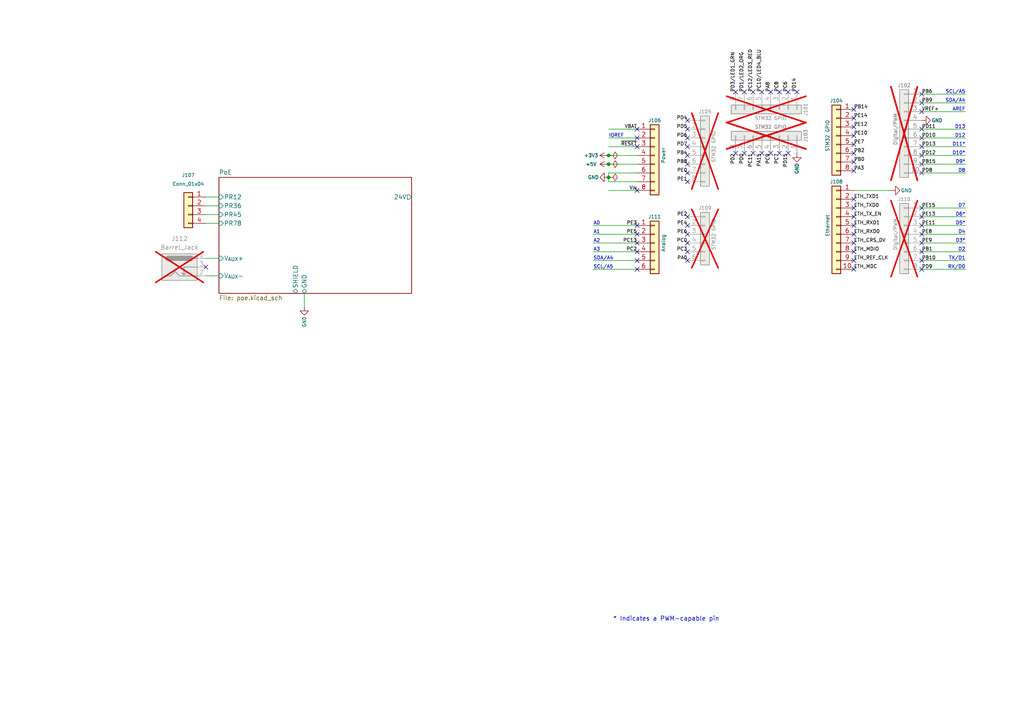
<source format=kicad_sch>
(kicad_sch (version 20230121) (generator eeschema)

  (uuid e63e39d7-6ac0-4ffd-8aa3-1841a4541b55)

  (paper "A4")

  (title_block
    (date "mar. 31 mars 2015")
  )

  (lib_symbols
    (symbol "+3V3_1" (power) (pin_names (offset 0)) (in_bom yes) (on_board yes)
      (property "Reference" "#PWR" (at 0 -3.81 0)
        (effects (font (size 1.27 1.27)) hide)
      )
      (property "Value" "+3V3_1" (at 0 3.556 0)
        (effects (font (size 1.27 1.27)))
      )
      (property "Footprint" "" (at 0 0 0)
        (effects (font (size 1.27 1.27)) hide)
      )
      (property "Datasheet" "" (at 0 0 0)
        (effects (font (size 1.27 1.27)) hide)
      )
      (property "ki_keywords" "global power" (at 0 0 0)
        (effects (font (size 1.27 1.27)) hide)
      )
      (property "ki_description" "Power symbol creates a global label with name \"+3V3\"" (at 0 0 0)
        (effects (font (size 1.27 1.27)) hide)
      )
      (symbol "+3V3_1_0_1"
        (polyline
          (pts
            (xy -0.762 1.27)
            (xy 0 2.54)
          )
          (stroke (width 0) (type default))
          (fill (type none))
        )
        (polyline
          (pts
            (xy 0 0)
            (xy 0 2.54)
          )
          (stroke (width 0) (type default))
          (fill (type none))
        )
        (polyline
          (pts
            (xy 0 2.54)
            (xy 0.762 1.27)
          )
          (stroke (width 0) (type default))
          (fill (type none))
        )
      )
      (symbol "+3V3_1_1_1"
        (pin power_in line (at 0 0 90) (length 0) hide
          (name "+3V3" (effects (font (size 1.27 1.27))))
          (number "1" (effects (font (size 1.27 1.27))))
        )
      )
    )
    (symbol "Connector:Barrel_Jack_Switch" (pin_names hide) (in_bom yes) (on_board yes)
      (property "Reference" "J" (at 0 5.334 0)
        (effects (font (size 1.27 1.27)))
      )
      (property "Value" "Barrel_Jack_Switch" (at 0 -5.08 0)
        (effects (font (size 1.27 1.27)))
      )
      (property "Footprint" "" (at 1.27 -1.016 0)
        (effects (font (size 1.27 1.27)) hide)
      )
      (property "Datasheet" "~" (at 1.27 -1.016 0)
        (effects (font (size 1.27 1.27)) hide)
      )
      (property "ki_keywords" "DC power barrel jack connector" (at 0 0 0)
        (effects (font (size 1.27 1.27)) hide)
      )
      (property "ki_description" "DC Barrel Jack with an internal switch" (at 0 0 0)
        (effects (font (size 1.27 1.27)) hide)
      )
      (property "ki_fp_filters" "BarrelJack*" (at 0 0 0)
        (effects (font (size 1.27 1.27)) hide)
      )
      (symbol "Barrel_Jack_Switch_0_1"
        (rectangle (start -5.08 3.81) (end 5.08 -3.81)
          (stroke (width 0.254) (type default))
          (fill (type background))
        )
        (arc (start -3.302 3.175) (mid -3.9343 2.54) (end -3.302 1.905)
          (stroke (width 0.254) (type default))
          (fill (type none))
        )
        (arc (start -3.302 3.175) (mid -3.9343 2.54) (end -3.302 1.905)
          (stroke (width 0.254) (type default))
          (fill (type outline))
        )
        (polyline
          (pts
            (xy 1.27 -2.286)
            (xy 1.905 -1.651)
          )
          (stroke (width 0.254) (type default))
          (fill (type none))
        )
        (polyline
          (pts
            (xy 5.08 2.54)
            (xy 3.81 2.54)
          )
          (stroke (width 0.254) (type default))
          (fill (type none))
        )
        (polyline
          (pts
            (xy 5.08 0)
            (xy 1.27 0)
            (xy 1.27 -2.286)
            (xy 0.635 -1.651)
          )
          (stroke (width 0.254) (type default))
          (fill (type none))
        )
        (polyline
          (pts
            (xy -3.81 -2.54)
            (xy -2.54 -2.54)
            (xy -1.27 -1.27)
            (xy 0 -2.54)
            (xy 2.54 -2.54)
            (xy 5.08 -2.54)
          )
          (stroke (width 0.254) (type default))
          (fill (type none))
        )
        (rectangle (start 3.683 3.175) (end -3.302 1.905)
          (stroke (width 0.254) (type default))
          (fill (type outline))
        )
      )
      (symbol "Barrel_Jack_Switch_1_1"
        (pin passive line (at 7.62 2.54 180) (length 2.54)
          (name "~" (effects (font (size 1.27 1.27))))
          (number "1" (effects (font (size 1.27 1.27))))
        )
        (pin passive line (at 7.62 -2.54 180) (length 2.54)
          (name "~" (effects (font (size 1.27 1.27))))
          (number "2" (effects (font (size 1.27 1.27))))
        )
        (pin passive line (at 7.62 0 180) (length 2.54)
          (name "~" (effects (font (size 1.27 1.27))))
          (number "3" (effects (font (size 1.27 1.27))))
        )
      )
    )
    (symbol "Connector_Generic:Conn_01x04" (pin_names (offset 1.016) hide) (in_bom yes) (on_board yes)
      (property "Reference" "J" (at 0 5.08 0)
        (effects (font (size 1.27 1.27)))
      )
      (property "Value" "Conn_01x04" (at 0 -7.62 0)
        (effects (font (size 1.27 1.27)))
      )
      (property "Footprint" "" (at 0 0 0)
        (effects (font (size 1.27 1.27)) hide)
      )
      (property "Datasheet" "~" (at 0 0 0)
        (effects (font (size 1.27 1.27)) hide)
      )
      (property "ki_keywords" "connector" (at 0 0 0)
        (effects (font (size 1.27 1.27)) hide)
      )
      (property "ki_description" "Generic connector, single row, 01x04, script generated (kicad-library-utils/schlib/autogen/connector/)" (at 0 0 0)
        (effects (font (size 1.27 1.27)) hide)
      )
      (property "ki_fp_filters" "Connector*:*_1x??_*" (at 0 0 0)
        (effects (font (size 1.27 1.27)) hide)
      )
      (symbol "Conn_01x04_1_1"
        (rectangle (start -1.27 -4.953) (end 0 -5.207)
          (stroke (width 0.1524) (type default))
          (fill (type none))
        )
        (rectangle (start -1.27 -2.413) (end 0 -2.667)
          (stroke (width 0.1524) (type default))
          (fill (type none))
        )
        (rectangle (start -1.27 0.127) (end 0 -0.127)
          (stroke (width 0.1524) (type default))
          (fill (type none))
        )
        (rectangle (start -1.27 2.667) (end 0 2.413)
          (stroke (width 0.1524) (type default))
          (fill (type none))
        )
        (rectangle (start -1.27 3.81) (end 1.27 -6.35)
          (stroke (width 0.254) (type default))
          (fill (type background))
        )
        (pin passive line (at -5.08 2.54 0) (length 3.81)
          (name "Pin_1" (effects (font (size 1.27 1.27))))
          (number "1" (effects (font (size 1.27 1.27))))
        )
        (pin passive line (at -5.08 0 0) (length 3.81)
          (name "Pin_2" (effects (font (size 1.27 1.27))))
          (number "2" (effects (font (size 1.27 1.27))))
        )
        (pin passive line (at -5.08 -2.54 0) (length 3.81)
          (name "Pin_3" (effects (font (size 1.27 1.27))))
          (number "3" (effects (font (size 1.27 1.27))))
        )
        (pin passive line (at -5.08 -5.08 0) (length 3.81)
          (name "Pin_4" (effects (font (size 1.27 1.27))))
          (number "4" (effects (font (size 1.27 1.27))))
        )
      )
    )
    (symbol "Connector_Generic:Conn_01x06" (pin_names (offset 1.016) hide) (in_bom yes) (on_board yes)
      (property "Reference" "J" (at 0 7.62 0)
        (effects (font (size 1.27 1.27)))
      )
      (property "Value" "Conn_01x06" (at 0 -10.16 0)
        (effects (font (size 1.27 1.27)))
      )
      (property "Footprint" "" (at 0 0 0)
        (effects (font (size 1.27 1.27)) hide)
      )
      (property "Datasheet" "~" (at 0 0 0)
        (effects (font (size 1.27 1.27)) hide)
      )
      (property "ki_keywords" "connector" (at 0 0 0)
        (effects (font (size 1.27 1.27)) hide)
      )
      (property "ki_description" "Generic connector, single row, 01x06, script generated (kicad-library-utils/schlib/autogen/connector/)" (at 0 0 0)
        (effects (font (size 1.27 1.27)) hide)
      )
      (property "ki_fp_filters" "Connector*:*_1x??_*" (at 0 0 0)
        (effects (font (size 1.27 1.27)) hide)
      )
      (symbol "Conn_01x06_1_1"
        (rectangle (start -1.27 -7.493) (end 0 -7.747)
          (stroke (width 0.1524) (type default))
          (fill (type none))
        )
        (rectangle (start -1.27 -4.953) (end 0 -5.207)
          (stroke (width 0.1524) (type default))
          (fill (type none))
        )
        (rectangle (start -1.27 -2.413) (end 0 -2.667)
          (stroke (width 0.1524) (type default))
          (fill (type none))
        )
        (rectangle (start -1.27 0.127) (end 0 -0.127)
          (stroke (width 0.1524) (type default))
          (fill (type none))
        )
        (rectangle (start -1.27 2.667) (end 0 2.413)
          (stroke (width 0.1524) (type default))
          (fill (type none))
        )
        (rectangle (start -1.27 5.207) (end 0 4.953)
          (stroke (width 0.1524) (type default))
          (fill (type none))
        )
        (rectangle (start -1.27 6.35) (end 1.27 -8.89)
          (stroke (width 0.254) (type default))
          (fill (type background))
        )
        (pin passive line (at -5.08 5.08 0) (length 3.81)
          (name "Pin_1" (effects (font (size 1.27 1.27))))
          (number "1" (effects (font (size 1.27 1.27))))
        )
        (pin passive line (at -5.08 2.54 0) (length 3.81)
          (name "Pin_2" (effects (font (size 1.27 1.27))))
          (number "2" (effects (font (size 1.27 1.27))))
        )
        (pin passive line (at -5.08 0 0) (length 3.81)
          (name "Pin_3" (effects (font (size 1.27 1.27))))
          (number "3" (effects (font (size 1.27 1.27))))
        )
        (pin passive line (at -5.08 -2.54 0) (length 3.81)
          (name "Pin_4" (effects (font (size 1.27 1.27))))
          (number "4" (effects (font (size 1.27 1.27))))
        )
        (pin passive line (at -5.08 -5.08 0) (length 3.81)
          (name "Pin_5" (effects (font (size 1.27 1.27))))
          (number "5" (effects (font (size 1.27 1.27))))
        )
        (pin passive line (at -5.08 -7.62 0) (length 3.81)
          (name "Pin_6" (effects (font (size 1.27 1.27))))
          (number "6" (effects (font (size 1.27 1.27))))
        )
      )
    )
    (symbol "Connector_Generic:Conn_01x08" (pin_names (offset 1.016) hide) (in_bom yes) (on_board yes)
      (property "Reference" "J" (at 0 10.16 0)
        (effects (font (size 1.27 1.27)))
      )
      (property "Value" "Conn_01x08" (at 0 -12.7 0)
        (effects (font (size 1.27 1.27)))
      )
      (property "Footprint" "" (at 0 0 0)
        (effects (font (size 1.27 1.27)) hide)
      )
      (property "Datasheet" "~" (at 0 0 0)
        (effects (font (size 1.27 1.27)) hide)
      )
      (property "ki_keywords" "connector" (at 0 0 0)
        (effects (font (size 1.27 1.27)) hide)
      )
      (property "ki_description" "Generic connector, single row, 01x08, script generated (kicad-library-utils/schlib/autogen/connector/)" (at 0 0 0)
        (effects (font (size 1.27 1.27)) hide)
      )
      (property "ki_fp_filters" "Connector*:*_1x??_*" (at 0 0 0)
        (effects (font (size 1.27 1.27)) hide)
      )
      (symbol "Conn_01x08_1_1"
        (rectangle (start -1.27 -10.033) (end 0 -10.287)
          (stroke (width 0.1524) (type default))
          (fill (type none))
        )
        (rectangle (start -1.27 -7.493) (end 0 -7.747)
          (stroke (width 0.1524) (type default))
          (fill (type none))
        )
        (rectangle (start -1.27 -4.953) (end 0 -5.207)
          (stroke (width 0.1524) (type default))
          (fill (type none))
        )
        (rectangle (start -1.27 -2.413) (end 0 -2.667)
          (stroke (width 0.1524) (type default))
          (fill (type none))
        )
        (rectangle (start -1.27 0.127) (end 0 -0.127)
          (stroke (width 0.1524) (type default))
          (fill (type none))
        )
        (rectangle (start -1.27 2.667) (end 0 2.413)
          (stroke (width 0.1524) (type default))
          (fill (type none))
        )
        (rectangle (start -1.27 5.207) (end 0 4.953)
          (stroke (width 0.1524) (type default))
          (fill (type none))
        )
        (rectangle (start -1.27 7.747) (end 0 7.493)
          (stroke (width 0.1524) (type default))
          (fill (type none))
        )
        (rectangle (start -1.27 8.89) (end 1.27 -11.43)
          (stroke (width 0.254) (type default))
          (fill (type background))
        )
        (pin passive line (at -5.08 7.62 0) (length 3.81)
          (name "Pin_1" (effects (font (size 1.27 1.27))))
          (number "1" (effects (font (size 1.27 1.27))))
        )
        (pin passive line (at -5.08 5.08 0) (length 3.81)
          (name "Pin_2" (effects (font (size 1.27 1.27))))
          (number "2" (effects (font (size 1.27 1.27))))
        )
        (pin passive line (at -5.08 2.54 0) (length 3.81)
          (name "Pin_3" (effects (font (size 1.27 1.27))))
          (number "3" (effects (font (size 1.27 1.27))))
        )
        (pin passive line (at -5.08 0 0) (length 3.81)
          (name "Pin_4" (effects (font (size 1.27 1.27))))
          (number "4" (effects (font (size 1.27 1.27))))
        )
        (pin passive line (at -5.08 -2.54 0) (length 3.81)
          (name "Pin_5" (effects (font (size 1.27 1.27))))
          (number "5" (effects (font (size 1.27 1.27))))
        )
        (pin passive line (at -5.08 -5.08 0) (length 3.81)
          (name "Pin_6" (effects (font (size 1.27 1.27))))
          (number "6" (effects (font (size 1.27 1.27))))
        )
        (pin passive line (at -5.08 -7.62 0) (length 3.81)
          (name "Pin_7" (effects (font (size 1.27 1.27))))
          (number "7" (effects (font (size 1.27 1.27))))
        )
        (pin passive line (at -5.08 -10.16 0) (length 3.81)
          (name "Pin_8" (effects (font (size 1.27 1.27))))
          (number "8" (effects (font (size 1.27 1.27))))
        )
      )
    )
    (symbol "Connector_Generic:Conn_01x10" (pin_names (offset 1.016) hide) (in_bom yes) (on_board yes)
      (property "Reference" "J" (at 0 12.7 0)
        (effects (font (size 1.27 1.27)))
      )
      (property "Value" "Conn_01x10" (at 0 -15.24 0)
        (effects (font (size 1.27 1.27)))
      )
      (property "Footprint" "" (at 0 0 0)
        (effects (font (size 1.27 1.27)) hide)
      )
      (property "Datasheet" "~" (at 0 0 0)
        (effects (font (size 1.27 1.27)) hide)
      )
      (property "ki_keywords" "connector" (at 0 0 0)
        (effects (font (size 1.27 1.27)) hide)
      )
      (property "ki_description" "Generic connector, single row, 01x10, script generated (kicad-library-utils/schlib/autogen/connector/)" (at 0 0 0)
        (effects (font (size 1.27 1.27)) hide)
      )
      (property "ki_fp_filters" "Connector*:*_1x??_*" (at 0 0 0)
        (effects (font (size 1.27 1.27)) hide)
      )
      (symbol "Conn_01x10_1_1"
        (rectangle (start -1.27 -12.573) (end 0 -12.827)
          (stroke (width 0.1524) (type default))
          (fill (type none))
        )
        (rectangle (start -1.27 -10.033) (end 0 -10.287)
          (stroke (width 0.1524) (type default))
          (fill (type none))
        )
        (rectangle (start -1.27 -7.493) (end 0 -7.747)
          (stroke (width 0.1524) (type default))
          (fill (type none))
        )
        (rectangle (start -1.27 -4.953) (end 0 -5.207)
          (stroke (width 0.1524) (type default))
          (fill (type none))
        )
        (rectangle (start -1.27 -2.413) (end 0 -2.667)
          (stroke (width 0.1524) (type default))
          (fill (type none))
        )
        (rectangle (start -1.27 0.127) (end 0 -0.127)
          (stroke (width 0.1524) (type default))
          (fill (type none))
        )
        (rectangle (start -1.27 2.667) (end 0 2.413)
          (stroke (width 0.1524) (type default))
          (fill (type none))
        )
        (rectangle (start -1.27 5.207) (end 0 4.953)
          (stroke (width 0.1524) (type default))
          (fill (type none))
        )
        (rectangle (start -1.27 7.747) (end 0 7.493)
          (stroke (width 0.1524) (type default))
          (fill (type none))
        )
        (rectangle (start -1.27 10.287) (end 0 10.033)
          (stroke (width 0.1524) (type default))
          (fill (type none))
        )
        (rectangle (start -1.27 11.43) (end 1.27 -13.97)
          (stroke (width 0.254) (type default))
          (fill (type background))
        )
        (pin passive line (at -5.08 10.16 0) (length 3.81)
          (name "Pin_1" (effects (font (size 1.27 1.27))))
          (number "1" (effects (font (size 1.27 1.27))))
        )
        (pin passive line (at -5.08 -12.7 0) (length 3.81)
          (name "Pin_10" (effects (font (size 1.27 1.27))))
          (number "10" (effects (font (size 1.27 1.27))))
        )
        (pin passive line (at -5.08 7.62 0) (length 3.81)
          (name "Pin_2" (effects (font (size 1.27 1.27))))
          (number "2" (effects (font (size 1.27 1.27))))
        )
        (pin passive line (at -5.08 5.08 0) (length 3.81)
          (name "Pin_3" (effects (font (size 1.27 1.27))))
          (number "3" (effects (font (size 1.27 1.27))))
        )
        (pin passive line (at -5.08 2.54 0) (length 3.81)
          (name "Pin_4" (effects (font (size 1.27 1.27))))
          (number "4" (effects (font (size 1.27 1.27))))
        )
        (pin passive line (at -5.08 0 0) (length 3.81)
          (name "Pin_5" (effects (font (size 1.27 1.27))))
          (number "5" (effects (font (size 1.27 1.27))))
        )
        (pin passive line (at -5.08 -2.54 0) (length 3.81)
          (name "Pin_6" (effects (font (size 1.27 1.27))))
          (number "6" (effects (font (size 1.27 1.27))))
        )
        (pin passive line (at -5.08 -5.08 0) (length 3.81)
          (name "Pin_7" (effects (font (size 1.27 1.27))))
          (number "7" (effects (font (size 1.27 1.27))))
        )
        (pin passive line (at -5.08 -7.62 0) (length 3.81)
          (name "Pin_8" (effects (font (size 1.27 1.27))))
          (number "8" (effects (font (size 1.27 1.27))))
        )
        (pin passive line (at -5.08 -10.16 0) (length 3.81)
          (name "Pin_9" (effects (font (size 1.27 1.27))))
          (number "9" (effects (font (size 1.27 1.27))))
        )
      )
    )
    (symbol "power:+5V" (power) (pin_names (offset 0)) (in_bom yes) (on_board yes)
      (property "Reference" "#PWR" (at 0 -3.81 0)
        (effects (font (size 1.27 1.27)) hide)
      )
      (property "Value" "+5V" (at 0 3.556 0)
        (effects (font (size 1.27 1.27)))
      )
      (property "Footprint" "" (at 0 0 0)
        (effects (font (size 1.27 1.27)) hide)
      )
      (property "Datasheet" "" (at 0 0 0)
        (effects (font (size 1.27 1.27)) hide)
      )
      (property "ki_keywords" "global power" (at 0 0 0)
        (effects (font (size 1.27 1.27)) hide)
      )
      (property "ki_description" "Power symbol creates a global label with name \"+5V\"" (at 0 0 0)
        (effects (font (size 1.27 1.27)) hide)
      )
      (symbol "+5V_0_1"
        (polyline
          (pts
            (xy -0.762 1.27)
            (xy 0 2.54)
          )
          (stroke (width 0) (type default))
          (fill (type none))
        )
        (polyline
          (pts
            (xy 0 0)
            (xy 0 2.54)
          )
          (stroke (width 0) (type default))
          (fill (type none))
        )
        (polyline
          (pts
            (xy 0 2.54)
            (xy 0.762 1.27)
          )
          (stroke (width 0) (type default))
          (fill (type none))
        )
      )
      (symbol "+5V_1_1"
        (pin power_in line (at 0 0 90) (length 0) hide
          (name "+5V" (effects (font (size 1.27 1.27))))
          (number "1" (effects (font (size 1.27 1.27))))
        )
      )
    )
    (symbol "power:GND" (power) (pin_names (offset 0)) (in_bom yes) (on_board yes)
      (property "Reference" "#PWR" (at 0 -6.35 0)
        (effects (font (size 1.27 1.27)) hide)
      )
      (property "Value" "GND" (at 0 -3.81 0)
        (effects (font (size 1.27 1.27)))
      )
      (property "Footprint" "" (at 0 0 0)
        (effects (font (size 1.27 1.27)) hide)
      )
      (property "Datasheet" "" (at 0 0 0)
        (effects (font (size 1.27 1.27)) hide)
      )
      (property "ki_keywords" "global power" (at 0 0 0)
        (effects (font (size 1.27 1.27)) hide)
      )
      (property "ki_description" "Power symbol creates a global label with name \"GND\" , ground" (at 0 0 0)
        (effects (font (size 1.27 1.27)) hide)
      )
      (symbol "GND_0_1"
        (polyline
          (pts
            (xy 0 0)
            (xy 0 -1.27)
            (xy 1.27 -1.27)
            (xy 0 -2.54)
            (xy -1.27 -1.27)
            (xy 0 -1.27)
          )
          (stroke (width 0) (type default))
          (fill (type none))
        )
      )
      (symbol "GND_1_1"
        (pin power_in line (at 0 0 270) (length 0) hide
          (name "GND" (effects (font (size 1.27 1.27))))
          (number "1" (effects (font (size 1.27 1.27))))
        )
      )
    )
    (symbol "power:PWR_FLAG" (power) (pin_numbers hide) (pin_names (offset 0) hide) (in_bom yes) (on_board yes)
      (property "Reference" "#FLG" (at 0 1.905 0)
        (effects (font (size 1.27 1.27)) hide)
      )
      (property "Value" "PWR_FLAG" (at 0 3.81 0)
        (effects (font (size 1.27 1.27)))
      )
      (property "Footprint" "" (at 0 0 0)
        (effects (font (size 1.27 1.27)) hide)
      )
      (property "Datasheet" "~" (at 0 0 0)
        (effects (font (size 1.27 1.27)) hide)
      )
      (property "ki_keywords" "flag power" (at 0 0 0)
        (effects (font (size 1.27 1.27)) hide)
      )
      (property "ki_description" "Special symbol for telling ERC where power comes from" (at 0 0 0)
        (effects (font (size 1.27 1.27)) hide)
      )
      (symbol "PWR_FLAG_0_0"
        (pin power_out line (at 0 0 90) (length 0)
          (name "pwr" (effects (font (size 1.27 1.27))))
          (number "1" (effects (font (size 1.27 1.27))))
        )
      )
      (symbol "PWR_FLAG_0_1"
        (polyline
          (pts
            (xy 0 0)
            (xy 0 1.27)
            (xy -1.016 1.905)
            (xy 0 2.54)
            (xy 1.016 1.905)
            (xy 0 1.27)
          )
          (stroke (width 0) (type default))
          (fill (type none))
        )
      )
    )
  )

  (junction (at 176.53 45.085) (diameter 0) (color 0 0 0 0)
    (uuid 539fcea7-451f-49d0-a090-e631b7782401)
  )
  (junction (at 176.53 51.435) (diameter 0) (color 0 0 0 0)
    (uuid f371f897-6970-4064-94cb-b5c4c2221718)
  )
  (junction (at 176.53 47.625) (diameter 0) (color 0 0 0 0)
    (uuid f93bb943-d9f2-42e8-9a15-da2ba7d9c91d)
  )

  (no_connect (at 267.335 75.565) (uuid 0cf4e2d9-f771-4d10-9f5d-4f4830523d00))
  (no_connect (at 199.39 47.625) (uuid 14e086cb-53f1-4070-aabe-d07aa96a0b03))
  (no_connect (at 267.335 78.105) (uuid 18264530-94ab-430c-9332-84739f8b4742))
  (no_connect (at 199.39 73.025) (uuid 185a27d8-e827-4625-b16d-b00feaf5b19c))
  (no_connect (at 247.65 31.75) (uuid 1ea900a2-e329-43d2-b486-918fb8ceef20))
  (no_connect (at 247.65 41.91) (uuid 20f405b4-1c7a-4e17-935d-d1a9067fe4be))
  (no_connect (at 247.65 49.53) (uuid 3107403f-2295-452e-86e8-c230fd15d921))
  (no_connect (at 215.9 26.67) (uuid 34f04f73-9a44-41f2-a9ec-4ec1cf660a3e))
  (no_connect (at 199.39 75.565) (uuid 37067dd6-6c60-46c9-830e-d0e60f8d3718))
  (no_connect (at 199.39 65.405) (uuid 404e4104-c533-4646-83f5-ba1ffc1202cb))
  (no_connect (at 199.39 62.865) (uuid 4080090b-b481-4335-a1ab-f6d338d9934d))
  (no_connect (at 184.785 42.545) (uuid 44c7b2a2-a6c5-494f-8a8a-7f3c054e88c2))
  (no_connect (at 267.335 42.545) (uuid 457a29f7-9362-4f24-b14c-b6d364630b6a))
  (no_connect (at 267.335 70.485) (uuid 48854abd-e1f3-4154-b773-6443be66bde2))
  (no_connect (at 231.14 26.67) (uuid 4f066e56-a26e-4ee2-a471-a6735fc413b7))
  (no_connect (at 184.785 73.025) (uuid 4fc05c6b-8ea0-4a5c-9aab-f86b3fe3228b))
  (no_connect (at 199.39 50.165) (uuid 52431687-6aec-4c13-91c5-deb8d24bd0c4))
  (no_connect (at 267.335 45.085) (uuid 54a317f4-76c7-46c8-a467-04c5081c3193))
  (no_connect (at 247.65 67.945) (uuid 55e6135b-db24-46ec-8777-aa38390c42a4))
  (no_connect (at 267.335 47.625) (uuid 5952267b-026d-4361-b7ab-8922eef22271))
  (no_connect (at 226.06 44.45) (uuid 5a484e6f-e0aa-4173-9567-8a798aa1f388))
  (no_connect (at 247.65 70.485) (uuid 63c70829-eca9-4614-bdb3-cb2270485bf7))
  (no_connect (at 247.65 44.45) (uuid 63d2b9c0-f171-4d8b-8d24-1e386074b6bb))
  (no_connect (at 218.44 26.67) (uuid 664be300-d5f6-46dd-85c0-e08acff1accf))
  (no_connect (at 228.6 26.67) (uuid 67e8c333-f72e-4522-9bb2-1d0d6d8eb504))
  (no_connect (at 247.65 73.025) (uuid 6a3cde0a-b225-4cfc-a543-504b512b8d17))
  (no_connect (at 213.36 44.45) (uuid 6c19eeb1-f8eb-43f3-ae70-0d6f0b19416f))
  (no_connect (at 218.44 44.45) (uuid 6f9c3799-23dc-48c6-b27a-4eb21edb4c0c))
  (no_connect (at 199.39 52.705) (uuid 7085a9ed-5ec8-4583-978e-5739d6db1350))
  (no_connect (at 267.335 40.005) (uuid 7540a159-991e-4b1b-8b70-2849a8a2429f))
  (no_connect (at 184.785 65.405) (uuid 760b2231-691a-4ec4-bec9-b703308c9c90))
  (no_connect (at 267.335 29.845) (uuid 782548c1-b29c-4486-bca3-c39841b9d84a))
  (no_connect (at 267.335 60.325) (uuid 7c210308-dfd6-4940-b323-61f20aa09e48))
  (no_connect (at 59.69 77.47) (uuid 7de76a18-598a-4a65-a9c1-57f2062d4ec6))
  (no_connect (at 220.98 44.45) (uuid 80e16216-cefb-4a1a-98f8-56b7fd5d47f9))
  (no_connect (at 247.65 62.865) (uuid 82d4e114-5c1f-41ac-98a1-ca5c218a1461))
  (no_connect (at 247.65 57.785) (uuid 87d7b5eb-06e7-4ed0-8bfa-ace734d78a38))
  (no_connect (at 184.785 67.945) (uuid 891a7ee3-303e-4b42-a6a7-5c794fabe2d9))
  (no_connect (at 267.335 73.025) (uuid 8a3b27a9-074c-4c85-bc91-4ac6a7f2cc41))
  (no_connect (at 247.65 60.325) (uuid 8c784d31-1d2d-4033-b1e6-f05f3e2280f9))
  (no_connect (at 247.65 39.37) (uuid 90f20afa-02b9-4e0e-98b2-d0bba8264f80))
  (no_connect (at 199.39 40.005) (uuid 9ab91366-5bc6-46e8-9b16-e326c9271540))
  (no_connect (at 267.335 67.945) (uuid 9e2221db-bc11-4824-84e1-e79caf7c1d1b))
  (no_connect (at 267.335 62.865) (uuid a1402598-95e2-44d9-9eda-53ba1d818b58))
  (no_connect (at 199.39 70.485) (uuid a2413c3f-1140-4594-9a17-0e235a3ef096))
  (no_connect (at 247.65 36.83) (uuid a621d02f-499c-4701-934d-e400874a4373))
  (no_connect (at 223.52 26.67) (uuid aa0033fd-38e3-4402-bf4b-239e572ad1b6))
  (no_connect (at 199.39 34.925) (uuid ab111e07-c67f-400a-9b08-a56487278580))
  (no_connect (at 184.785 75.565) (uuid aeaed7b9-fc6b-49e0-a544-bccf75b3325a))
  (no_connect (at 267.335 65.405) (uuid aec83106-563c-445b-9131-16c36ffffcac))
  (no_connect (at 215.9 44.45) (uuid b42c1bc9-dc1b-4d7e-a612-04a0be5f2dbe))
  (no_connect (at 223.52 44.45) (uuid b5f6538e-64f1-48cc-9e18-79ed646cbb6c))
  (no_connect (at 267.335 37.465) (uuid b6e41330-1768-4fa9-aa69-687c2e5e162c))
  (no_connect (at 247.65 46.99) (uuid bad83239-1a1f-4ec0-92af-d3d6ca5faf26))
  (no_connect (at 184.785 55.245) (uuid bc394551-df7c-400b-93de-51f60834ac22))
  (no_connect (at 199.39 42.545) (uuid be9c440f-3844-4523-b408-1c3a2688a708))
  (no_connect (at 184.785 37.465) (uuid ce0601ac-2bb0-4f4e-86b9-2143fdee72eb))
  (no_connect (at 226.06 26.67) (uuid d28a26b2-fbb3-4613-833e-dde6b9257cba))
  (no_connect (at 267.335 32.385) (uuid d5a2ffbd-e818-4fef-afdc-929d9911b4ec))
  (no_connect (at 247.65 34.29) (uuid d5ada09b-2188-4e0c-93e9-73f633f999c3))
  (no_connect (at 247.65 75.565) (uuid d73616e8-2661-4afc-a3cb-c718c1237079))
  (no_connect (at 228.6 44.45) (uuid d7f1fdcb-a8c3-4b1a-a9e6-714c90917068))
  (no_connect (at 267.335 27.305) (uuid d8e82a7b-267d-4947-bd5d-42d8dcf0350a))
  (no_connect (at 199.39 67.945) (uuid d9b8ad26-bcce-440e-ad3c-aaa096b5759e))
  (no_connect (at 247.65 65.405) (uuid e1fded9a-8888-479d-850d-3867718d8be7))
  (no_connect (at 220.98 26.67) (uuid eaec080b-482b-4570-b679-db9474b60f3f))
  (no_connect (at 199.39 45.085) (uuid ec48e331-2832-466b-915e-a08a6614d917))
  (no_connect (at 199.39 37.465) (uuid ed797de6-2d51-4633-8193-d62b2112e1f9))
  (no_connect (at 184.785 70.485) (uuid f09c131f-f990-4f90-9d4b-32ebe8f4f6ea))
  (no_connect (at 184.785 78.105) (uuid f1a42606-f285-4c5d-816c-05d2dd6511b5))
  (no_connect (at 184.785 40.005) (uuid f1bc66ee-9160-4169-affb-894a94832bbe))
  (no_connect (at 247.65 78.105) (uuid f2d9e370-52da-4c9a-b47e-e1741c928869))
  (no_connect (at 213.36 26.67) (uuid f3846c2c-bdfd-471d-a8e2-ae06145228ca))
  (no_connect (at 267.335 50.165) (uuid fb811a10-214c-41ff-a469-f463de5c5c1f))

  (wire (pts (xy 267.335 78.105) (xy 280.035 78.105))
    (stroke (width 0) (type solid))
    (uuid 010ba307-2067-49d3-b0fa-6414143f3fc2)
  )
  (wire (pts (xy 59.69 57.15) (xy 63.5 57.15))
    (stroke (width 0) (type default))
    (uuid 04e7886d-30ec-4781-bd4e-f902247928fb)
  )
  (wire (pts (xy 267.335 45.085) (xy 280.035 45.085))
    (stroke (width 0) (type solid))
    (uuid 09480ba4-37da-45e3-b9fe-6beebf876349)
  )
  (wire (pts (xy 267.335 27.305) (xy 280.035 27.305))
    (stroke (width 0) (type solid))
    (uuid 0f5d2189-4ead-42fa-8f7a-cfa3af4de132)
  )
  (wire (pts (xy 172.085 78.105) (xy 184.785 78.105))
    (stroke (width 0) (type solid))
    (uuid 20854542-d0b0-4be7-af02-0e5fceb34e01)
  )
  (wire (pts (xy 176.53 50.165) (xy 176.53 51.435))
    (stroke (width 0) (type default))
    (uuid 216a9619-26aa-4ba8-a702-e7df134e72cc)
  )
  (wire (pts (xy 176.53 40.005) (xy 184.785 40.005))
    (stroke (width 0) (type default))
    (uuid 277111e6-3bc5-40b5-8904-7396b71591e6)
  )
  (wire (pts (xy 176.53 37.465) (xy 184.785 37.465))
    (stroke (width 0) (type default))
    (uuid 2b5acfe3-7960-4e72-a603-110379bc4705)
  )
  (wire (pts (xy 59.69 74.93) (xy 63.5 74.93))
    (stroke (width 0) (type default))
    (uuid 34684032-6169-4e12-bace-3f56a1606b72)
  )
  (wire (pts (xy 267.335 37.465) (xy 280.035 37.465))
    (stroke (width 0) (type solid))
    (uuid 4227fa6f-c399-4f14-8228-23e39d2b7e7d)
  )
  (wire (pts (xy 59.69 80.01) (xy 63.5 80.01))
    (stroke (width 0) (type default))
    (uuid 42e98e4e-8f68-441e-ace6-e18eff57c972)
  )
  (wire (pts (xy 267.335 60.325) (xy 280.035 60.325))
    (stroke (width 0) (type solid))
    (uuid 4455ee2e-5642-42c1-a83b-f7e65fa0c2f1)
  )
  (wire (pts (xy 184.785 65.405) (xy 172.085 65.405))
    (stroke (width 0) (type solid))
    (uuid 486ca832-85f4-4989-b0f4-569faf9be534)
  )
  (wire (pts (xy 267.335 40.005) (xy 280.035 40.005))
    (stroke (width 0) (type solid))
    (uuid 4a910b57-a5cd-4105-ab4f-bde2a80d4f00)
  )
  (wire (pts (xy 176.53 47.625) (xy 184.785 47.625))
    (stroke (width 0) (type default))
    (uuid 4bb9098b-601a-4079-8d60-3ceeb81cb3fb)
  )
  (wire (pts (xy 267.335 62.865) (xy 280.035 62.865))
    (stroke (width 0) (type solid))
    (uuid 4e60e1af-19bd-45a0-b418-b7030b594dde)
  )
  (wire (pts (xy 176.53 50.165) (xy 184.785 50.165))
    (stroke (width 0) (type default))
    (uuid 5a5965cd-99a8-47db-a896-d12f993ce0de)
  )
  (wire (pts (xy 176.53 52.705) (xy 184.785 52.705))
    (stroke (width 0) (type default))
    (uuid 5b8429de-07ed-4e35-9c02-b72479d57962)
  )
  (wire (pts (xy 267.335 47.625) (xy 280.035 47.625))
    (stroke (width 0) (type solid))
    (uuid 63f2b71b-521b-4210-bf06-ed65e330fccc)
  )
  (wire (pts (xy 267.335 67.945) (xy 280.035 67.945))
    (stroke (width 0) (type solid))
    (uuid 6bb3ea5f-9e60-4add-9d97-244be2cf61d2)
  )
  (wire (pts (xy 176.53 45.085) (xy 184.785 45.085))
    (stroke (width 0) (type default))
    (uuid 77cf5ea4-5b1e-4eec-ab8f-155721578e39)
  )
  (wire (pts (xy 176.53 55.245) (xy 184.785 55.245))
    (stroke (width 0) (type default))
    (uuid 8283b0c4-a63b-415c-b99c-9714b86d005f)
  )
  (wire (pts (xy 176.53 42.545) (xy 184.785 42.545))
    (stroke (width 0) (type default))
    (uuid 876e7bcf-bdd7-48b6-a640-4e77e49340ac)
  )
  (wire (pts (xy 267.335 32.385) (xy 280.035 32.385))
    (stroke (width 0) (type solid))
    (uuid 8a3d35a2-f0f6-4dec-a606-7c8e288ca828)
  )
  (wire (pts (xy 184.785 70.485) (xy 172.085 70.485))
    (stroke (width 0) (type solid))
    (uuid 9377eb1a-3b12-438c-8ebd-f86ace1e8d25)
  )
  (wire (pts (xy 59.69 64.77) (xy 63.5 64.77))
    (stroke (width 0) (type default))
    (uuid 9e42c835-6ebb-44e0-890a-45f98e172aab)
  )
  (wire (pts (xy 172.085 67.945) (xy 184.785 67.945))
    (stroke (width 0) (type solid))
    (uuid aab97e46-23d6-4cbf-8684-537b94306d68)
  )
  (wire (pts (xy 59.69 62.23) (xy 63.5 62.23))
    (stroke (width 0) (type default))
    (uuid b59aca8e-0a7e-4f7a-9e48-74dedd157d3d)
  )
  (wire (pts (xy 59.69 59.69) (xy 63.5 59.69))
    (stroke (width 0) (type default))
    (uuid b9fb125d-d692-4b03-a6c9-9e89a9aba264)
  )
  (wire (pts (xy 267.335 42.545) (xy 280.035 42.545))
    (stroke (width 0) (type solid))
    (uuid c722a1ff-12f1-49e5-88a4-44ffeb509ca2)
  )
  (wire (pts (xy 267.335 65.405) (xy 280.035 65.405))
    (stroke (width 0) (type solid))
    (uuid cfe99980-2d98-4372-b495-04c53027340b)
  )
  (wire (pts (xy 172.085 73.025) (xy 184.785 73.025))
    (stroke (width 0) (type solid))
    (uuid d3042136-2605-44b2-aebb-5484a9c90933)
  )
  (wire (pts (xy 267.335 29.845) (xy 280.035 29.845))
    (stroke (width 0) (type solid))
    (uuid e7278977-132b-4777-9eb4-7d93363a4379)
  )
  (wire (pts (xy 267.335 73.025) (xy 280.035 73.025))
    (stroke (width 0) (type solid))
    (uuid e9bdd59b-3252-4c44-a357-6fa1af0c210c)
  )
  (wire (pts (xy 267.335 70.485) (xy 280.035 70.485))
    (stroke (width 0) (type solid))
    (uuid ec76dcc9-9949-4dda-bd76-046204829cb4)
  )
  (wire (pts (xy 88.265 85.09) (xy 88.265 88.9))
    (stroke (width 0) (type default))
    (uuid f4eaee8f-282e-4869-8844-bce765876fac)
  )
  (wire (pts (xy 267.335 75.565) (xy 280.035 75.565))
    (stroke (width 0) (type solid))
    (uuid f853d1d4-c722-44df-98bf-4a6114204628)
  )
  (wire (pts (xy 184.785 75.565) (xy 172.085 75.565))
    (stroke (width 0) (type solid))
    (uuid fc39c32d-65b8-4d16-9db5-de89c54a1206)
  )
  (wire (pts (xy 176.53 51.435) (xy 176.53 52.705))
    (stroke (width 0) (type default))
    (uuid fd0ab59c-8299-4677-854c-d7b61d947805)
  )
  (wire (pts (xy 247.65 55.245) (xy 258.445 55.245))
    (stroke (width 0) (type default))
    (uuid fd287fa1-213f-458c-a961-4a8c22adfbd0)
  )
  (wire (pts (xy 267.335 50.165) (xy 280.035 50.165))
    (stroke (width 0) (type solid))
    (uuid fe837306-92d0-4847-ad21-76c47ae932d1)
  )

  (text "A1" (at 172.085 67.945 0)
    (effects (font (size 1 1)) (justify left bottom))
    (uuid 004995fd-1af5-4535-a567-98018d6b2971)
  )
  (text "SDA/A4" (at 172.085 75.565 0)
    (effects (font (size 1 1)) (justify left bottom))
    (uuid 0b1d9dd6-b5c3-4f8b-88d2-1249362737b9)
  )
  (text "AREF" (at 280.035 32.385 0)
    (effects (font (size 1 1)) (justify right bottom))
    (uuid 1ca3e1f0-9075-4783-98be-879a8d12ae3b)
  )
  (text "D13" (at 280.035 37.465 0)
    (effects (font (size 1 1)) (justify right bottom))
    (uuid 1e7a7e00-4125-4dbe-bb1c-5d2c4d6d971c)
  )
  (text "D2" (at 280.035 73.025 0)
    (effects (font (size 1 1)) (justify right bottom))
    (uuid 27611ca2-3606-4b9e-919e-9165b90b928b)
  )
  (text "D7" (at 280.035 60.325 0)
    (effects (font (size 1 1)) (justify right bottom))
    (uuid 299ac654-0d39-4cce-a40a-641282ba42de)
  )
  (text "D10*" (at 280.035 45.085 0)
    (effects (font (size 1 1)) (justify right bottom))
    (uuid 542d6b0d-6c83-474c-b3c1-520b88325fb7)
  )
  (text "A3" (at 172.085 73.025 0)
    (effects (font (size 1 1)) (justify left bottom))
    (uuid 59672d10-96cb-4d06-b39b-d6ef894847a2)
  )
  (text "D4" (at 280.035 67.945 0)
    (effects (font (size 1 1)) (justify right bottom))
    (uuid 614ff0a3-94c9-4a9f-9f58-503c21dcf60a)
  )
  (text "SCL/A5" (at 280.035 27.305 0)
    (effects (font (size 1 1)) (justify right bottom))
    (uuid 69f0b805-aba5-4eb7-b962-9e985bcf1685)
  )
  (text "SCL/A5" (at 172.085 78.105 0)
    (effects (font (size 1 1)) (justify left bottom))
    (uuid 7050c726-fb3c-4fb6-8b19-1e3004d2a195)
  )
  (text "A0" (at 172.085 65.405 0)
    (effects (font (size 1 1)) (justify left bottom))
    (uuid 7bf3489f-2b24-43e2-8bec-7dbc08d6ee5a)
  )
  (text "SDA/A4" (at 280.035 29.845 0)
    (effects (font (size 1 1)) (justify right bottom))
    (uuid 7e4cd1fe-4df0-4863-9795-cf1a503ecb19)
  )
  (text "D9*" (at 280.035 47.625 0)
    (effects (font (size 1 1)) (justify right bottom))
    (uuid 86974cc3-f724-4daf-9ab6-9f94b60ef027)
  )
  (text "* Indicates a PWM-capable pin" (at 177.8 180.34 0)
    (effects (font (size 1.27 1.27)) (justify left bottom))
    (uuid c364973a-9a67-4667-8185-a3a5c6c6cbdf)
  )
  (text "TX/D1" (at 280.035 75.565 0)
    (effects (font (size 1 1)) (justify right bottom))
    (uuid c50c9c83-e787-42a9-a87b-50982c7a1539)
  )
  (text "D3*" (at 280.035 70.485 0)
    (effects (font (size 1 1)) (justify right bottom))
    (uuid d03857f4-4ceb-43d9-8d19-d45e32f1455d)
  )
  (text "D6*" (at 280.035 62.865 0)
    (effects (font (size 1 1)) (justify right bottom))
    (uuid d6347b75-2827-499a-bbcf-3b50909e42f9)
  )
  (text "A2" (at 172.085 70.485 0)
    (effects (font (size 1 1)) (justify left bottom))
    (uuid deb0a654-0746-43e3-b995-e2f08464d2ab)
  )
  (text "RX/D0" (at 280.035 78.105 0)
    (effects (font (size 1 1)) (justify right bottom))
    (uuid e097480a-b203-406f-ab80-ad33169b954a)
  )
  (text "D11*" (at 280.035 42.545 0)
    (effects (font (size 1 1)) (justify right bottom))
    (uuid f3ff3056-fa61-45ba-9aef-60da4bff5edd)
  )
  (text "D8" (at 280.035 50.165 0)
    (effects (font (size 1 1)) (justify right bottom))
    (uuid f83ddfa1-a8bd-4b62-854e-ce8e5a16e6bd)
  )
  (text "IOREF" (at 176.53 40.005 0)
    (effects (font (size 1 1)) (justify left bottom))
    (uuid fbae15fe-ad0a-4ec2-adc8-7b720a9b03b5)
  )
  (text "D5*" (at 280.035 65.405 0)
    (effects (font (size 1 1)) (justify right bottom))
    (uuid fcad021c-7797-4521-a8ba-8c64a2f457f0)
  )
  (text "D12" (at 280.035 40.005 0)
    (effects (font (size 1 1)) (justify right bottom))
    (uuid ff179677-638e-4721-9c15-9dff6168b547)
  )

  (label "PB8" (at 199.39 47.625 180) (fields_autoplaced)
    (effects (font (size 1 1)) (justify right bottom))
    (uuid 04aed876-a260-4318-82d2-2f25826ef09f)
  )
  (label "VBAT" (at 184.785 37.465 180) (fields_autoplaced)
    (effects (font (size 1 1)) (justify right bottom))
    (uuid 0dd33b3e-dfe0-4d01-9de7-548eaf62a6b0)
  )
  (label "PD0" (at 215.9 44.45 270) (fields_autoplaced)
    (effects (font (size 1 1)) (justify right bottom))
    (uuid 0e874c0a-d749-4f76-8dcf-32c86b8779c8)
  )
  (label "PB2" (at 247.65 44.45 0) (fields_autoplaced)
    (effects (font (size 1 1)) (justify left bottom))
    (uuid 1147432d-e989-4d3f-a913-87c1d3fb3046)
  )
  (label "PB15" (at 267.335 47.625 0) (fields_autoplaced)
    (effects (font (size 1 1)) (justify left bottom))
    (uuid 11c25281-8be5-4243-a4e6-54e950551f27)
  )
  (label "PB1" (at 267.335 73.025 0) (fields_autoplaced)
    (effects (font (size 1 1)) (justify left bottom))
    (uuid 1330e904-30e5-423d-a97e-953e5d4b8d23)
  )
  (label "PE5" (at 184.785 67.945 180) (fields_autoplaced)
    (effects (font (size 1 1)) (justify right bottom))
    (uuid 1a44954b-5d02-4fdd-9466-65c3bc2c6015)
  )
  (label "PE4" (at 199.39 65.405 180) (fields_autoplaced)
    (effects (font (size 1 1)) (justify right bottom))
    (uuid 1b375562-8973-4192-8e99-b13fc0313b70)
  )
  (label "PC13" (at 184.785 70.485 180) (fields_autoplaced)
    (effects (font (size 1 1)) (justify right bottom))
    (uuid 1ff8a019-483f-4634-a297-079faaaacbde)
  )
  (label "PC8" (at 226.06 26.67 90) (fields_autoplaced)
    (effects (font (size 1 1)) (justify left bottom))
    (uuid 23372731-90d4-4e07-953e-48c7e51fccf3)
  )
  (label "ETH_MDIO" (at 247.65 73.025 0) (fields_autoplaced)
    (effects (font (size 1 1)) (justify left bottom))
    (uuid 26770b8a-ecbf-49a9-87e8-01d142b15f7e)
  )
  (label "ETH_TXD1" (at 247.65 57.785 0) (fields_autoplaced)
    (effects (font (size 1 1)) (justify left bottom))
    (uuid 2773ddc7-8a33-4dad-9e5a-5358dfba9b5a)
  )
  (label "ETH_MDC" (at 247.65 78.105 0) (fields_autoplaced)
    (effects (font (size 1 1)) (justify left bottom))
    (uuid 29ef3d3a-1709-45e7-ab4c-a0387bf5866e)
  )
  (label "PA3" (at 247.65 49.53 0) (fields_autoplaced)
    (effects (font (size 1 1)) (justify left bottom))
    (uuid 2aa909fe-6c5c-4fe7-9bf9-8768d1dbc34d)
  )
  (label "PD7" (at 199.39 42.545 180) (fields_autoplaced)
    (effects (font (size 1 1)) (justify right bottom))
    (uuid 2cf1b4ff-cb83-4474-91c1-b0c6a9c62594)
  )
  (label "PD4" (at 199.39 34.925 180) (fields_autoplaced)
    (effects (font (size 1 1)) (justify right bottom))
    (uuid 308a747f-035e-4c80-a6ef-605ac92a7762)
  )
  (label "PE11" (at 267.335 65.405 0) (fields_autoplaced)
    (effects (font (size 1 1)) (justify left bottom))
    (uuid 337b8bf6-05ae-4524-bbf8-6c880bc3e27f)
  )
  (label "PC11" (at 218.44 44.45 270) (fields_autoplaced)
    (effects (font (size 1 1)) (justify right bottom))
    (uuid 33c0aebf-316f-4373-898e-a19cce8c04b6)
  )
  (label "PA8" (at 223.52 26.67 90) (fields_autoplaced)
    (effects (font (size 1 1)) (justify left bottom))
    (uuid 3b021f36-e2e8-4834-8e34-447361c3d39d)
  )
  (label "PD2" (at 213.36 44.45 270) (fields_autoplaced)
    (effects (font (size 1 1)) (justify right bottom))
    (uuid 3d990cd7-4b84-4cd1-995e-c49bd560aeb9)
  )
  (label "PC12{slash}LED3_RED" (at 218.44 26.67 90) (fields_autoplaced)
    (effects (font (size 1 1)) (justify left bottom))
    (uuid 3f2fa8a2-1818-4d5e-b735-d23c6906060d)
  )
  (label "PD3{slash}LED1_GRN" (at 213.36 26.67 90) (fields_autoplaced)
    (effects (font (size 1 1)) (justify left bottom))
    (uuid 4333766e-6b52-4f36-8678-7a206d1d423c)
  )
  (label "PD13" (at 267.335 42.545 0) (fields_autoplaced)
    (effects (font (size 1 1)) (justify left bottom))
    (uuid 44c4588a-45ab-4976-95a0-81ace403ad31)
  )
  (label "~{RESET}" (at 184.785 42.545 180) (fields_autoplaced)
    (effects (font (size 1 1)) (justify right bottom))
    (uuid 49585dba-cfa7-4813-841e-9d900d43ecf4)
  )
  (label "PC7" (at 226.06 44.45 270) (fields_autoplaced)
    (effects (font (size 1 1)) (justify right bottom))
    (uuid 4bf14592-f6b0-45a0-a1bd-03f53f7e855f)
  )
  (label "PB14" (at 247.65 31.75 0) (fields_autoplaced)
    (effects (font (size 1 1)) (justify left bottom))
    (uuid 54590a74-c4ad-4dde-b189-c54689057792)
  )
  (label "ETH_RXD0" (at 247.65 67.945 0) (fields_autoplaced)
    (effects (font (size 1 1)) (justify left bottom))
    (uuid 6928dee5-a4d2-472b-a6f4-421b8d4306cb)
  )
  (label "PE0" (at 199.39 50.165 180) (fields_autoplaced)
    (effects (font (size 1 1)) (justify right bottom))
    (uuid 6c3e7620-0baf-4b29-bede-f61900645d3f)
  )
  (label "PE12" (at 247.65 36.83 0) (fields_autoplaced)
    (effects (font (size 1 1)) (justify left bottom))
    (uuid 77e31875-db0c-47ca-90c6-00265665dc74)
  )
  (label "PD14" (at 231.14 26.67 90) (fields_autoplaced)
    (effects (font (size 1 1)) (justify left bottom))
    (uuid 788461ed-db69-4471-989e-197f3f900e10)
  )
  (label "PD9" (at 267.335 78.105 0) (fields_autoplaced)
    (effects (font (size 1 1)) (justify left bottom))
    (uuid 7f749b25-6684-4af3-81f2-55a194c85926)
  )
  (label "PE8" (at 267.335 67.945 0) (fields_autoplaced)
    (effects (font (size 1 1)) (justify left bottom))
    (uuid 8032aa7c-8c34-4f46-b516-4e6a9e7de67e)
  )
  (label "PC0" (at 199.39 70.485 180) (fields_autoplaced)
    (effects (font (size 1 1)) (justify right bottom))
    (uuid 81d9505b-bc83-4c68-815e-a07b81af3412)
  )
  (label "PD5" (at 199.39 37.465 180) (fields_autoplaced)
    (effects (font (size 1 1)) (justify right bottom))
    (uuid 87c361e0-37ad-4897-8459-c2557a31064e)
  )
  (label "PB10" (at 267.335 75.565 0) (fields_autoplaced)
    (effects (font (size 1 1)) (justify left bottom))
    (uuid 8953bd7d-6521-4be0-977f-82c24eecbe93)
  )
  (label "PE6" (at 199.39 67.945 180) (fields_autoplaced)
    (effects (font (size 1 1)) (justify right bottom))
    (uuid 8c1649e0-0279-4866-9296-23822683a6f8)
  )
  (label "PE9" (at 267.335 70.485 0) (fields_autoplaced)
    (effects (font (size 1 1)) (justify left bottom))
    (uuid 8f2c4d49-0d9b-40bc-b23c-30f4ed482119)
  )
  (label "PC9" (at 223.52 44.45 270) (fields_autoplaced)
    (effects (font (size 1 1)) (justify right bottom))
    (uuid 9293d7e1-75c2-493b-8cf4-4e7ab05a9b85)
  )
  (label "PE14" (at 247.65 34.29 0) (fields_autoplaced)
    (effects (font (size 1 1)) (justify left bottom))
    (uuid 98525983-d075-4d33-b0b0-6b7b4e342e61)
  )
  (label "PB6" (at 267.335 27.305 0) (fields_autoplaced)
    (effects (font (size 1 1)) (justify left bottom))
    (uuid a04aa180-2680-4ec2-8532-c9c58e3fd86c)
  )
  (label "PD12" (at 267.335 45.085 0) (fields_autoplaced)
    (effects (font (size 1 1)) (justify left bottom))
    (uuid a2dd0f62-4e07-443d-a7c4-6d8875afbc9c)
  )
  (label "PE7" (at 247.65 41.91 0) (fields_autoplaced)
    (effects (font (size 1 1)) (justify left bottom))
    (uuid acf6d56f-0251-4412-bc57-bb8a1c9ff7e9)
  )
  (label "VREF+" (at 267.335 32.385 0) (fields_autoplaced)
    (effects (font (size 1 1)) (justify left bottom))
    (uuid ae8ba85d-3256-495a-afcf-177917f87971)
  )
  (label "PE3" (at 184.785 65.405 180) (fields_autoplaced)
    (effects (font (size 1 1)) (justify right bottom))
    (uuid af0847a2-23aa-44fe-a3f1-cca3f570689f)
  )
  (label "PB4" (at 199.39 45.085 180) (fields_autoplaced)
    (effects (font (size 1 1)) (justify right bottom))
    (uuid afbc76cc-5c9d-416e-a61b-3ed321664ddd)
  )
  (label "ETH_CRS_DV" (at 247.65 70.485 0) (fields_autoplaced)
    (effects (font (size 1 1)) (justify left bottom))
    (uuid b4843276-1050-4385-82ca-3e4e68793e9f)
  )
  (label "ETH_REF_CLK" (at 247.65 75.565 0) (fields_autoplaced)
    (effects (font (size 1 1)) (justify left bottom))
    (uuid b738d686-40d9-438e-b36a-019e2f960d72)
  )
  (label "PC6" (at 228.6 26.67 90) (fields_autoplaced)
    (effects (font (size 1 1)) (justify left bottom))
    (uuid b95be55f-a8c1-4a05-a673-37c765498bb1)
  )
  (label "PB9" (at 267.335 29.845 0) (fields_autoplaced)
    (effects (font (size 1 1)) (justify left bottom))
    (uuid c30a6ef0-2a0a-47bd-af42-6bcfd165d223)
  )
  (label "V_{IN}" (at 184.785 55.245 180) (fields_autoplaced)
    (effects (font (size 1 1)) (justify right bottom))
    (uuid c348793d-eec0-4f33-9b91-2cae8b4224a4)
  )
  (label "PE2" (at 199.39 62.865 180) (fields_autoplaced)
    (effects (font (size 1 1)) (justify right bottom))
    (uuid ca687d11-e5b3-463b-9227-6a58c027e2ec)
  )
  (label "ETH_TX_EN" (at 247.65 62.865 0) (fields_autoplaced)
    (effects (font (size 1 1)) (justify left bottom))
    (uuid cb600846-1a21-4128-a6ce-0e2715ad26b9)
  )
  (label "ETH_RXD1" (at 247.65 65.405 0) (fields_autoplaced)
    (effects (font (size 1 1)) (justify left bottom))
    (uuid cdbb1627-2da5-4645-a679-37b37df0cfaf)
  )
  (label "PD11" (at 267.335 37.465 0) (fields_autoplaced)
    (effects (font (size 1 1)) (justify left bottom))
    (uuid d2fd18ab-921c-40b0-a253-b426b4d93f46)
  )
  (label "PC10{slash}LED4_BLU" (at 220.98 26.67 90) (fields_autoplaced)
    (effects (font (size 1 1)) (justify left bottom))
    (uuid db30bec2-a539-407d-bb7b-b4e60bd49b40)
  )
  (label "PE1" (at 199.39 52.705 180) (fields_autoplaced)
    (effects (font (size 1 1)) (justify right bottom))
    (uuid dc22de34-dcb4-420c-9a58-a4d1c3cb6791)
  )
  (label "ETH_TXD0" (at 247.65 60.325 0) (fields_autoplaced)
    (effects (font (size 1 1)) (justify left bottom))
    (uuid dc2caabf-05e6-4ed6-8fa4-8b5035de466a)
  )
  (label "PB0" (at 247.65 46.99 0) (fields_autoplaced)
    (effects (font (size 1 1)) (justify left bottom))
    (uuid e1443b20-b723-4f12-8177-eeb33e454501)
  )
  (label "PD10" (at 267.335 40.005 0) (fields_autoplaced)
    (effects (font (size 1 1)) (justify left bottom))
    (uuid e2f2ef96-89c4-41f0-a840-b78a0fc59ea3)
  )
  (label "PE10" (at 247.65 39.37 0) (fields_autoplaced)
    (effects (font (size 1 1)) (justify left bottom))
    (uuid e458f8d8-c0c8-4359-92c8-4f5fad4fcfa3)
  )
  (label "PD6" (at 199.39 40.005 180) (fields_autoplaced)
    (effects (font (size 1 1)) (justify right bottom))
    (uuid e4aaa047-d803-4ea4-9f7b-ba41fe4cebea)
  )
  (label "PA0" (at 199.39 75.565 180) (fields_autoplaced)
    (effects (font (size 1 1)) (justify right bottom))
    (uuid e4bec70a-b2ca-43a1-9f9c-d8927935fc3e)
  )
  (label "PE13" (at 267.335 62.865 0) (fields_autoplaced)
    (effects (font (size 1 1)) (justify left bottom))
    (uuid ef0d708d-f527-43e5-bb38-d0b97d210258)
  )
  (label "PD8" (at 267.335 50.165 0) (fields_autoplaced)
    (effects (font (size 1 1)) (justify left bottom))
    (uuid efc832f8-362e-46fc-9b5a-a87d097eb75b)
  )
  (label "PE15" (at 267.335 60.325 0) (fields_autoplaced)
    (effects (font (size 1 1)) (justify left bottom))
    (uuid f5800ea3-31d0-47f7-ab3a-27caf526b6e1)
  )
  (label "PA15" (at 220.98 44.45 270) (fields_autoplaced)
    (effects (font (size 1 1)) (justify right bottom))
    (uuid f7018961-0fbe-46b9-86d8-ea8d6cc2cb9d)
  )
  (label "PC2" (at 184.785 73.025 180) (fields_autoplaced)
    (effects (font (size 1 1)) (justify right bottom))
    (uuid faf66946-9749-4204-9379-94f20b0e1559)
  )
  (label "PC3" (at 199.39 73.025 180) (fields_autoplaced)
    (effects (font (size 1 1)) (justify right bottom))
    (uuid fb51bbfa-2326-401b-8b8f-ee25a070598f)
  )
  (label "PD1{slash}LED2_ORG" (at 215.9 26.67 90) (fields_autoplaced)
    (effects (font (size 1 1)) (justify left bottom))
    (uuid fda7ab48-0f88-44c1-b8d2-268395f0a28c)
  )
  (label "PD15" (at 228.6 44.45 270) (fields_autoplaced)
    (effects (font (size 1 1)) (justify right bottom))
    (uuid ff3ffe11-b6f7-4ed9-b9e7-2bf8e7b7001f)
  )

  (symbol (lib_id "Connector_Generic:Conn_01x08") (at 189.865 45.085 0) (unit 1)
    (in_bom yes) (on_board yes) (dnp no)
    (uuid 00000000-0000-0000-0000-000056d71773)
    (property "Reference" "J106" (at 189.865 34.925 0)
      (effects (font (size 1 1)))
    )
    (property "Value" "Power" (at 192.405 45.085 90)
      (effects (font (size 1 1)))
    )
    (property "Footprint" "Connector_PinSocket_2.54mm:PinSocket_1x08_P2.54mm_Vertical" (at 189.865 45.085 0)
      (effects (font (size 1 1)) hide)
    )
    (property "Datasheet" "" (at 189.865 45.085 0)
      (effects (font (size 1 1)))
    )
    (pin "1" (uuid 91a1964a-61c9-469a-bc86-61abc57945e3))
    (pin "2" (uuid 7bb32384-c395-45c4-a140-16a68d201fb9))
    (pin "3" (uuid fb6cbb5e-b217-449f-a01a-2901858a70e6))
    (pin "4" (uuid 4569f8ff-9daa-4839-9dd2-4a63c84646d8))
    (pin "5" (uuid 857da76d-eb2e-4b2f-8fc2-960b95c627be))
    (pin "6" (uuid 5ca4f539-e727-42c6-abef-beec1ea2cb45))
    (pin "7" (uuid fe56076e-149a-4193-870d-8773378dee01))
    (pin "8" (uuid a834dbfe-6fc6-4cd5-a130-eb1b5e3cb15c))
    (instances
      (project "stm32f4_uno_poe"
        (path "/e63e39d7-6ac0-4ffd-8aa3-1841a4541b55"
          (reference "J106") (unit 1)
        )
      )
    )
  )

  (symbol (lib_id "power:GND") (at 176.53 51.435 270) (unit 1)
    (in_bom yes) (on_board yes) (dnp no)
    (uuid 00000000-0000-0000-0000-000056d721e6)
    (property "Reference" "#PWR0105" (at 170.18 51.435 0)
      (effects (font (size 1 1)) hide)
    )
    (property "Value" "GND" (at 172.085 51.435 90)
      (effects (font (size 1 1)))
    )
    (property "Footprint" "" (at 176.53 51.435 0)
      (effects (font (size 1 1)))
    )
    (property "Datasheet" "" (at 176.53 51.435 0)
      (effects (font (size 1 1)))
    )
    (pin "1" (uuid 66941880-4031-4e5a-b4f9-588cfb422940))
    (instances
      (project "stm32f4_uno_poe"
        (path "/e63e39d7-6ac0-4ffd-8aa3-1841a4541b55"
          (reference "#PWR0105") (unit 1)
        )
      )
    )
  )

  (symbol (lib_id "Connector_Generic:Conn_01x10") (at 262.255 37.465 0) (mirror y) (unit 1)
    (in_bom no) (on_board no) (dnp yes)
    (uuid 00000000-0000-0000-0000-000056d72368)
    (property "Reference" "J102" (at 262.255 24.765 0)
      (effects (font (size 1 1)))
    )
    (property "Value" "Digital/PWM" (at 259.715 37.465 90)
      (effects (font (size 1 1)))
    )
    (property "Footprint" "Connector_PinSocket_2.54mm:PinSocket_1x10_P2.54mm_Vertical" (at 262.255 37.465 0)
      (effects (font (size 1 1)) hide)
    )
    (property "Datasheet" "" (at 262.255 37.465 0)
      (effects (font (size 1 1)))
    )
    (property "Description" "" (at 262.255 37.465 0)
      (effects (font (size 1.27 1.27)) hide)
    )
    (property "Manufacturer" "" (at 262.255 37.465 0)
      (effects (font (size 1.27 1.27)) hide)
    )
    (property "Partnumber" "" (at 262.255 37.465 0)
      (effects (font (size 1.27 1.27)) hide)
    )
    (property "JLCPCB Part #" "" (at 262.255 37.465 0)
      (effects (font (size 1.27 1.27)) hide)
    )
    (property "isBasicPart" "" (at 262.255 37.465 0)
      (effects (font (size 1.27 1.27)) hide)
    )
    (property "Description" "" (at 262.255 37.465 0)
      (effects (font (size 1.27 1.27)) hide)
    )
    (property "Manufacturer" "" (at 262.255 37.465 0)
      (effects (font (size 1.27 1.27)) hide)
    )
    (property "Partnumber" "" (at 262.255 37.465 0)
      (effects (font (size 1.27 1.27)) hide)
    )
    (property "JLCPCB Part #" "" (at 262.255 37.465 0)
      (effects (font (size 1.27 1.27)) hide)
    )
    (property "isBasicPart" "" (at 262.255 37.465 0)
      (effects (font (size 1.27 1.27)) hide)
    )
    (pin "1" (uuid 7db2bf39-0a4f-41a4-bd47-89bdb18d53e7))
    (pin "10" (uuid cce85153-57ac-4fe8-a396-2cabe84ad094))
    (pin "2" (uuid 18969a79-9edd-43f4-9255-0d3b1aa524d9))
    (pin "3" (uuid 921f7ca9-41d0-403a-a424-1414e8444cd9))
    (pin "4" (uuid 8f30e3d0-90ef-444f-844f-8c19457b8fa8))
    (pin "5" (uuid 6672756e-5ca4-4891-b810-140750221937))
    (pin "6" (uuid 5d5575af-28d3-4ad3-8f9f-94f7127e3afe))
    (pin "7" (uuid 0e794d48-9672-4261-a05b-b13cc79cac42))
    (pin "8" (uuid efec1d64-1df2-419c-8431-2aee3c1f9ec9))
    (pin "9" (uuid 270b5e8d-3ce4-4282-8643-0a501286af5b))
    (instances
      (project "stm32f4_uno_poe"
        (path "/e63e39d7-6ac0-4ffd-8aa3-1841a4541b55"
          (reference "J102") (unit 1)
        )
      )
    )
  )

  (symbol (lib_id "Connector_Generic:Conn_01x06") (at 189.865 70.485 0) (unit 1)
    (in_bom yes) (on_board yes) (dnp no)
    (uuid 00000000-0000-0000-0000-000056d72f1c)
    (property "Reference" "J111" (at 189.865 62.865 0)
      (effects (font (size 1 1)))
    )
    (property "Value" "Analog" (at 192.405 70.485 90)
      (effects (font (size 1 1)))
    )
    (property "Footprint" "Connector_PinSocket_2.54mm:PinSocket_1x06_P2.54mm_Vertical" (at 189.865 70.485 0)
      (effects (font (size 1 1)) hide)
    )
    (property "Datasheet" "~" (at 189.865 70.485 0)
      (effects (font (size 1 1)) hide)
    )
    (pin "1" (uuid 07528387-0a13-4609-9e61-e464293f2faf))
    (pin "2" (uuid c3518cda-73a4-45de-9a54-e0a1b00ee033))
    (pin "3" (uuid 4c642ae9-e7a9-464b-bf61-d984717eb7bf))
    (pin "4" (uuid e25be037-4292-4025-b432-a7ec6160fc2d))
    (pin "5" (uuid 4c640471-c382-4293-b79a-b68606d990c6))
    (pin "6" (uuid a82e2a4c-2fc2-4e49-a55f-720ce641e856))
    (instances
      (project "stm32f4_uno_poe"
        (path "/e63e39d7-6ac0-4ffd-8aa3-1841a4541b55"
          (reference "J111") (unit 1)
        )
      )
    )
  )

  (symbol (lib_id "Connector_Generic:Conn_01x08") (at 262.255 67.945 0) (mirror y) (unit 1)
    (in_bom no) (on_board no) (dnp yes)
    (uuid 00000000-0000-0000-0000-000056d734d0)
    (property "Reference" "J110" (at 262.255 57.785 0)
      (effects (font (size 1 1)))
    )
    (property "Value" "Digital/PWM" (at 259.715 67.945 90)
      (effects (font (size 1 1)))
    )
    (property "Footprint" "Connector_PinSocket_2.54mm:PinSocket_1x08_P2.54mm_Vertical" (at 262.255 67.945 0)
      (effects (font (size 1 1)) hide)
    )
    (property "Datasheet" "" (at 262.255 67.945 0)
      (effects (font (size 1 1)))
    )
    (property "Description" "" (at 262.255 67.945 0)
      (effects (font (size 1.27 1.27)) hide)
    )
    (property "Manufacturer" "" (at 262.255 67.945 0)
      (effects (font (size 1.27 1.27)) hide)
    )
    (property "Partnumber" "" (at 262.255 67.945 0)
      (effects (font (size 1.27 1.27)) hide)
    )
    (property "JLCPCB Part #" "" (at 262.255 67.945 0)
      (effects (font (size 1.27 1.27)) hide)
    )
    (property "isBasicPart" "" (at 262.255 67.945 0)
      (effects (font (size 1.27 1.27)) hide)
    )
    (property "Description" "" (at 262.255 67.945 0)
      (effects (font (size 1.27 1.27)) hide)
    )
    (property "Manufacturer" "" (at 262.255 67.945 0)
      (effects (font (size 1.27 1.27)) hide)
    )
    (property "Partnumber" "" (at 262.255 67.945 0)
      (effects (font (size 1.27 1.27)) hide)
    )
    (property "JLCPCB Part #" "" (at 262.255 67.945 0)
      (effects (font (size 1.27 1.27)) hide)
    )
    (property "isBasicPart" "" (at 262.255 67.945 0)
      (effects (font (size 1.27 1.27)) hide)
    )
    (pin "1" (uuid 78125f44-42ba-4e97-8ab7-6ae30078abd7))
    (pin "2" (uuid 1056dd0a-3c95-4a96-b79b-8430da40a5fa))
    (pin "3" (uuid c68b771b-41d0-4374-a97c-60b5039ba85b))
    (pin "4" (uuid 174daef1-8d36-44f6-a6da-996b925e0988))
    (pin "5" (uuid a46899e1-3df0-4098-a628-81b77d0f792a))
    (pin "6" (uuid 12254ac0-169f-46cb-a5b0-24ddc4e5767b))
    (pin "7" (uuid 4ba36ab7-ef6d-4553-97db-ee7ddfafc64f))
    (pin "8" (uuid 536e8ada-36e1-4497-935f-d170923e2652))
    (instances
      (project "stm32f4_uno_poe"
        (path "/e63e39d7-6ac0-4ffd-8aa3-1841a4541b55"
          (reference "J110") (unit 1)
        )
      )
    )
  )

  (symbol (lib_id "Connector_Generic:Conn_01x08") (at 223.52 31.75 270) (unit 1)
    (in_bom no) (on_board no) (dnp yes)
    (uuid 194ba539-346b-4350-aab9-e2009a267387)
    (property "Reference" "J101" (at 233.68 31.75 0)
      (effects (font (size 1 1)))
    )
    (property "Value" "STM32 GPIO" (at 223.52 34.29 90)
      (effects (font (size 1 1)))
    )
    (property "Footprint" "Connector_PinSocket_2.54mm:PinSocket_1x08_P2.54mm_Vertical" (at 223.52 31.75 0)
      (effects (font (size 1 1)) hide)
    )
    (property "Datasheet" "" (at 223.52 31.75 0)
      (effects (font (size 1 1)))
    )
    (property "Description" "" (at 223.52 31.75 0)
      (effects (font (size 1 1)) hide)
    )
    (property "Manufacturer" "" (at 223.52 31.75 0)
      (effects (font (size 1 1)) hide)
    )
    (property "Partnumber" "" (at 223.52 31.75 0)
      (effects (font (size 1 1)) hide)
    )
    (property "JLCPCB Part #" "" (at 223.52 31.75 0)
      (effects (font (size 1 1)) hide)
    )
    (property "isBasicPart" "" (at 223.52 31.75 0)
      (effects (font (size 1 1)) hide)
    )
    (property "Description" "" (at 223.52 31.75 0)
      (effects (font (size 1 1)) hide)
    )
    (property "Manufacturer" "" (at 223.52 31.75 0)
      (effects (font (size 1 1)) hide)
    )
    (property "Partnumber" "" (at 223.52 31.75 0)
      (effects (font (size 1 1)) hide)
    )
    (property "JLCPCB Part #" "" (at 223.52 31.75 0)
      (effects (font (size 1 1)) hide)
    )
    (property "isBasicPart" "" (at 223.52 31.75 0)
      (effects (font (size 1 1)) hide)
    )
    (pin "1" (uuid 6773dbd3-4f00-44c9-aa54-cf9dd3bef2a2))
    (pin "2" (uuid ade973e0-4ea0-4ddf-a174-ecaae4fd2f45))
    (pin "3" (uuid ee1311e0-3419-4d88-b27b-cd3fb7138c34))
    (pin "4" (uuid 299048aa-b1c8-406d-88a9-937b785cc7fa))
    (pin "5" (uuid 5807aa6c-0528-4a66-b923-1c3db5f3a7e5))
    (pin "6" (uuid 70192345-4f04-421b-82c0-fe0d06249673))
    (pin "7" (uuid 7f7cb7f0-3355-472e-8932-fd5110f1370b))
    (pin "8" (uuid 6e851239-32eb-43a2-9b65-de6e8d2627d4))
    (instances
      (project "stm32f4_uno_poe"
        (path "/e63e39d7-6ac0-4ffd-8aa3-1841a4541b55"
          (reference "J101") (unit 1)
        )
      )
    )
  )

  (symbol (lib_id "power:PWR_FLAG") (at 176.53 51.435 270) (unit 1)
    (in_bom yes) (on_board yes) (dnp no) (fields_autoplaced)
    (uuid 2b47ee66-1091-42c7-bcbf-da174b9eaafe)
    (property "Reference" "#FLG0103" (at 178.435 51.435 0)
      (effects (font (size 1 1)) hide)
    )
    (property "Value" "PWR_FLAG" (at 181.61 51.435 0)
      (effects (font (size 1 1)) hide)
    )
    (property "Footprint" "" (at 176.53 51.435 0)
      (effects (font (size 1 1)) hide)
    )
    (property "Datasheet" "~" (at 176.53 51.435 0)
      (effects (font (size 1 1)) hide)
    )
    (pin "1" (uuid 0c8e8174-3e56-4fe2-9f61-573da783ff85))
    (instances
      (project "stm32f4_uno_poe"
        (path "/e63e39d7-6ac0-4ffd-8aa3-1841a4541b55"
          (reference "#FLG0103") (unit 1)
        )
      )
    )
  )

  (symbol (lib_id "Connector:Barrel_Jack_Switch") (at 52.07 77.47 0) (unit 1)
    (in_bom yes) (on_board yes) (dnp yes) (fields_autoplaced)
    (uuid 368a89f8-537f-455f-8fab-e5d4f5f107fa)
    (property "Reference" "J112" (at 52.07 69.215 0)
      (effects (font (size 1.27 1.27)))
    )
    (property "Value" "Barrel_Jack" (at 52.07 71.755 0)
      (effects (font (size 1.27 1.27)))
    )
    (property "Footprint" "Connector_BarrelJack:BarrelJack_CUI_PJ-102AH_Horizontal" (at 53.34 78.486 0)
      (effects (font (size 1.27 1.27)) hide)
    )
    (property "Datasheet" "~" (at 53.34 78.486 0)
      (effects (font (size 1.27 1.27)) hide)
    )
    (property "Description" "" (at 52.07 77.47 0)
      (effects (font (size 1.27 1.27)) hide)
    )
    (property "Manufacturer" "CUI Devices" (at 52.07 77.47 0)
      (effects (font (size 1.27 1.27)) hide)
    )
    (property "Partnumber" "PJ-102AH" (at 52.07 77.47 0)
      (effects (font (size 1.27 1.27)) hide)
    )
    (property "JLCPCB Part #" "" (at 52.07 77.47 0)
      (effects (font (size 1.27 1.27)) hide)
    )
    (property "isBasicPart" "NO" (at 52.07 77.47 0)
      (effects (font (size 1.27 1.27)) hide)
    )
    (pin "1" (uuid 5168044c-2935-43e1-9945-ba95aa20586b))
    (pin "2" (uuid b09694b6-6882-4e7d-b515-5a6263a07061))
    (pin "3" (uuid 208430f3-f1cd-422e-8d20-94abdd25a66e))
    (instances
      (project "stm32f4_uno_poe"
        (path "/e63e39d7-6ac0-4ffd-8aa3-1841a4541b55"
          (reference "J112") (unit 1)
        )
        (path "/e63e39d7-6ac0-4ffd-8aa3-1841a4541b55/6d67357d-4810-4134-a5e5-d0bcd5308ea5"
          (reference "J201") (unit 1)
        )
      )
    )
  )

  (symbol (lib_id "Connector_Generic:Conn_01x10") (at 242.57 65.405 0) (mirror y) (unit 1)
    (in_bom yes) (on_board yes) (dnp no)
    (uuid 4becb64b-d84a-4244-bf69-c88055f4ad17)
    (property "Reference" "J108" (at 242.57 52.705 0)
      (effects (font (size 1 1)))
    )
    (property "Value" "Ethernet" (at 240.03 65.405 90)
      (effects (font (size 1 1)))
    )
    (property "Footprint" "Connector_PinSocket_2.54mm:PinSocket_1x10_P2.54mm_Vertical" (at 242.57 65.405 0)
      (effects (font (size 1 1)) hide)
    )
    (property "Datasheet" "" (at 242.57 65.405 0)
      (effects (font (size 1 1)))
    )
    (property "Description" "" (at 242.57 65.405 0)
      (effects (font (size 1 1)) hide)
    )
    (property "Manufacturer" "" (at 242.57 65.405 0)
      (effects (font (size 1 1)) hide)
    )
    (property "Partnumber" "" (at 242.57 65.405 0)
      (effects (font (size 1 1)) hide)
    )
    (property "JLCPCB Part #" "" (at 242.57 65.405 0)
      (effects (font (size 1 1)) hide)
    )
    (property "isBasicPart" "" (at 242.57 65.405 0)
      (effects (font (size 1 1)) hide)
    )
    (pin "1" (uuid 62482f4d-da22-4390-8ef1-e553a97d9d83))
    (pin "10" (uuid ff2ab6f8-8e4d-4538-a974-ae88d510e075))
    (pin "2" (uuid 91d14221-9841-43c4-965a-046553465046))
    (pin "3" (uuid b13aecf8-e52c-46fc-bb53-15024586a0b1))
    (pin "4" (uuid d1473d94-8817-438f-8279-b535174537bf))
    (pin "5" (uuid 7451e641-df9e-494f-bb23-6558b35c5c8b))
    (pin "6" (uuid 58500806-b38b-4cec-84d5-4d9d9619cc8a))
    (pin "7" (uuid ad9b064e-df93-40c3-9534-c5af54e69f3d))
    (pin "8" (uuid 389e67a7-028b-4773-a5f8-a1cda5709a32))
    (pin "9" (uuid 75d101cc-9300-409d-9d01-0bb622840191))
    (instances
      (project "stm32f4_uno_poe"
        (path "/e63e39d7-6ac0-4ffd-8aa3-1841a4541b55"
          (reference "J108") (unit 1)
        )
      )
    )
  )

  (symbol (lib_id "power:PWR_FLAG") (at 176.53 47.625 270) (unit 1)
    (in_bom yes) (on_board yes) (dnp no) (fields_autoplaced)
    (uuid 54c8f83c-03cf-49c8-80d1-1a23744b7ca1)
    (property "Reference" "#FLG0102" (at 178.435 47.625 0)
      (effects (font (size 1 1)) hide)
    )
    (property "Value" "PWR_FLAG" (at 181.61 47.625 0)
      (effects (font (size 1 1)) hide)
    )
    (property "Footprint" "" (at 176.53 47.625 0)
      (effects (font (size 1 1)) hide)
    )
    (property "Datasheet" "~" (at 176.53 47.625 0)
      (effects (font (size 1 1)) hide)
    )
    (pin "1" (uuid 7192a2e4-5357-456f-900c-5703bf6f06ea))
    (instances
      (project "stm32f4_uno_poe"
        (path "/e63e39d7-6ac0-4ffd-8aa3-1841a4541b55"
          (reference "#FLG0102") (unit 1)
        )
      )
    )
  )

  (symbol (lib_id "Connector_Generic:Conn_01x04") (at 54.61 59.69 0) (mirror y) (unit 1)
    (in_bom yes) (on_board yes) (dnp no) (fields_autoplaced)
    (uuid 5fda9e61-2fd9-41ac-8493-b36f66335816)
    (property "Reference" "J107" (at 54.61 50.8 0)
      (effects (font (size 1 1)))
    )
    (property "Value" "Conn_01x04" (at 54.61 53.34 0)
      (effects (font (size 1 1)))
    )
    (property "Footprint" "Connector_PinSocket_2.54mm:PinSocket_1x04_P2.54mm_Vertical" (at 54.61 59.69 0)
      (effects (font (size 1 1)) hide)
    )
    (property "Datasheet" "~" (at 54.61 59.69 0)
      (effects (font (size 1 1)) hide)
    )
    (property "Description" "" (at 54.61 59.69 0)
      (effects (font (size 1.27 1.27)) hide)
    )
    (property "Manufacturer" "" (at 54.61 59.69 0)
      (effects (font (size 1.27 1.27)) hide)
    )
    (property "Partnumber" "" (at 54.61 59.69 0)
      (effects (font (size 1.27 1.27)) hide)
    )
    (property "JLCPCB Part #" "" (at 54.61 59.69 0)
      (effects (font (size 1.27 1.27)) hide)
    )
    (property "isBasicPart" "" (at 54.61 59.69 0)
      (effects (font (size 1.27 1.27)) hide)
    )
    (property "Description" "" (at 54.61 59.69 0)
      (effects (font (size 1.27 1.27)) hide)
    )
    (property "Manufacturer" "" (at 54.61 59.69 0)
      (effects (font (size 1.27 1.27)) hide)
    )
    (property "Partnumber" "" (at 54.61 59.69 0)
      (effects (font (size 1.27 1.27)) hide)
    )
    (property "JLCPCB Part #" "" (at 54.61 59.69 0)
      (effects (font (size 1.27 1.27)) hide)
    )
    (property "isBasicPart" "" (at 54.61 59.69 0)
      (effects (font (size 1.27 1.27)) hide)
    )
    (pin "1" (uuid 32690510-a652-45c9-b37a-6a02944a8a5a))
    (pin "2" (uuid 36105e2f-69d5-4d53-88f8-d0ca21331c13))
    (pin "3" (uuid 91923f48-c82f-4628-87a3-311cfd0ca07f))
    (pin "4" (uuid d97a805d-b254-4761-9df9-9e505dd95376))
    (instances
      (project "stm32f4_uno_poe"
        (path "/e63e39d7-6ac0-4ffd-8aa3-1841a4541b55"
          (reference "J107") (unit 1)
        )
      )
    )
  )

  (symbol (lib_id "Connector_Generic:Conn_01x08") (at 242.57 39.37 0) (mirror y) (unit 1)
    (in_bom yes) (on_board yes) (dnp no)
    (uuid 65639710-b76e-45fd-b614-f539faaefee7)
    (property "Reference" "J104" (at 242.57 29.21 0)
      (effects (font (size 1 1)))
    )
    (property "Value" "STM32 GPIO" (at 240.03 39.37 90)
      (effects (font (size 1 1)))
    )
    (property "Footprint" "Connector_PinSocket_2.54mm:PinSocket_1x08_P2.54mm_Vertical" (at 242.57 39.37 0)
      (effects (font (size 1 1)) hide)
    )
    (property "Datasheet" "" (at 242.57 39.37 0)
      (effects (font (size 1 1)))
    )
    (pin "1" (uuid 4ca2c87d-196d-4153-8030-1f3654beb416))
    (pin "2" (uuid 9aed2de4-00ec-4e80-a3e1-a204689e4fa8))
    (pin "3" (uuid 29f8742a-082c-4cd7-8ef5-a70bd5c7a4db))
    (pin "4" (uuid 8b07bc17-6b8a-4a75-b884-48783aa1d3af))
    (pin "5" (uuid 7117d4a7-d30f-4083-b441-8215b19b8d45))
    (pin "6" (uuid fb4f4181-59ee-4402-90b3-2d56685c0242))
    (pin "7" (uuid ccfa2c0b-ff66-4ff9-9ecb-3e06e55c4f45))
    (pin "8" (uuid 323cff5a-260e-41d2-9e8f-18ec9ad1bab0))
    (instances
      (project "stm32f4_uno_poe"
        (path "/e63e39d7-6ac0-4ffd-8aa3-1841a4541b55"
          (reference "J104") (unit 1)
        )
      )
    )
  )

  (symbol (lib_id "power:GND") (at 258.445 55.245 90) (unit 1)
    (in_bom yes) (on_board yes) (dnp no)
    (uuid 66e236eb-e0c5-4597-ae81-5469e9442713)
    (property "Reference" "#PWR0106" (at 264.795 55.245 0)
      (effects (font (size 1 1)) hide)
    )
    (property "Value" "GND" (at 262.89 55.245 90)
      (effects (font (size 1 1)))
    )
    (property "Footprint" "" (at 258.445 55.245 0)
      (effects (font (size 1 1)))
    )
    (property "Datasheet" "" (at 258.445 55.245 0)
      (effects (font (size 1 1)))
    )
    (pin "1" (uuid fda96f0b-4b48-4c01-b4b1-8d4ea8c35359))
    (instances
      (project "stm32f4_uno_poe"
        (path "/e63e39d7-6ac0-4ffd-8aa3-1841a4541b55"
          (reference "#PWR0106") (unit 1)
        )
      )
    )
  )

  (symbol (lib_id "power:+5V") (at 176.53 47.625 90) (unit 1)
    (in_bom yes) (on_board yes) (dnp no)
    (uuid 6bb996e4-fde8-4078-acc6-0ca0ba939f06)
    (property "Reference" "#PWR?" (at 180.34 47.625 0)
      (effects (font (size 1 1)) hide)
    )
    (property "Value" "+5V" (at 171.45 47.625 90)
      (effects (font (size 1 1)))
    )
    (property "Footprint" "" (at 176.53 47.625 0)
      (effects (font (size 1 1)) hide)
    )
    (property "Datasheet" "" (at 176.53 47.625 0)
      (effects (font (size 1 1)) hide)
    )
    (pin "1" (uuid 203565b6-3c06-42ed-952f-4374e2a3cd30))
    (instances
      (project "stm32f1_nano"
        (path "/0d35483a-0b12-46cc-b9f2-896fd6831779"
          (reference "#PWR?") (unit 1)
        )
      )
      (project "stm32f4_uno_poe"
        (path "/e63e39d7-6ac0-4ffd-8aa3-1841a4541b55"
          (reference "#PWR0104") (unit 1)
        )
      )
    )
  )

  (symbol (lib_id "Connector_Generic:Conn_01x08") (at 223.52 39.37 270) (mirror x) (unit 1)
    (in_bom no) (on_board no) (dnp yes)
    (uuid 714b935e-d4db-4eb0-9a25-cfbf16b67fd9)
    (property "Reference" "J103" (at 233.68 39.37 0)
      (effects (font (size 1 1)))
    )
    (property "Value" "STM32 GPIO" (at 223.52 36.83 90)
      (effects (font (size 1 1)))
    )
    (property "Footprint" "Connector_PinSocket_2.54mm:PinSocket_1x08_P2.54mm_Vertical" (at 223.52 39.37 0)
      (effects (font (size 1 1)) hide)
    )
    (property "Datasheet" "" (at 223.52 39.37 0)
      (effects (font (size 1 1)))
    )
    (property "Description" "" (at 223.52 39.37 0)
      (effects (font (size 1 1)) hide)
    )
    (property "Manufacturer" "" (at 223.52 39.37 0)
      (effects (font (size 1 1)) hide)
    )
    (property "Partnumber" "" (at 223.52 39.37 0)
      (effects (font (size 1 1)) hide)
    )
    (property "JLCPCB Part #" "" (at 223.52 39.37 0)
      (effects (font (size 1 1)) hide)
    )
    (property "isBasicPart" "" (at 223.52 39.37 0)
      (effects (font (size 1 1)) hide)
    )
    (property "Description" "" (at 223.52 39.37 0)
      (effects (font (size 1 1)) hide)
    )
    (property "Manufacturer" "" (at 223.52 39.37 0)
      (effects (font (size 1 1)) hide)
    )
    (property "Partnumber" "" (at 223.52 39.37 0)
      (effects (font (size 1 1)) hide)
    )
    (property "JLCPCB Part #" "" (at 223.52 39.37 0)
      (effects (font (size 1 1)) hide)
    )
    (property "isBasicPart" "" (at 223.52 39.37 0)
      (effects (font (size 1 1)) hide)
    )
    (pin "1" (uuid 7234a405-a4f2-40b5-bf05-e3b129f62d30))
    (pin "2" (uuid 057c3d3e-e4a6-470d-8e42-f4e291d24c46))
    (pin "3" (uuid 74d79771-8ce8-419c-8074-07339c580e21))
    (pin "4" (uuid 1a1e254a-49bb-4dca-8457-0cd7795b4992))
    (pin "5" (uuid ed8ed3a2-34ed-4c42-8b5c-f9a14c268f6c))
    (pin "6" (uuid fb24d030-0458-4a36-8d1b-34e4bfa0dec9))
    (pin "7" (uuid c7d7647c-6911-4647-8fb2-c15eac3402d1))
    (pin "8" (uuid 55c155a5-58c4-478a-ae79-fff1539c6928))
    (instances
      (project "stm32f4_uno_poe"
        (path "/e63e39d7-6ac0-4ffd-8aa3-1841a4541b55"
          (reference "J103") (unit 1)
        )
      )
    )
  )

  (symbol (lib_id "power:GND") (at 231.14 44.45 0) (unit 1)
    (in_bom yes) (on_board yes) (dnp no)
    (uuid 77e31b8c-0d4e-4cbc-869c-acff10d61fac)
    (property "Reference" "#PWR0102" (at 231.14 50.8 0)
      (effects (font (size 1 1)) hide)
    )
    (property "Value" "GND" (at 231.14 48.895 90)
      (effects (font (size 1 1)))
    )
    (property "Footprint" "" (at 231.14 44.45 0)
      (effects (font (size 1 1)))
    )
    (property "Datasheet" "" (at 231.14 44.45 0)
      (effects (font (size 1 1)))
    )
    (pin "1" (uuid b129e726-fc2d-4ce9-9cbb-aa9cf5c952b1))
    (instances
      (project "stm32f4_uno_poe"
        (path "/e63e39d7-6ac0-4ffd-8aa3-1841a4541b55"
          (reference "#PWR0102") (unit 1)
        )
      )
    )
  )

  (symbol (lib_id "Connector_Generic:Conn_01x08") (at 204.47 42.545 0) (unit 1)
    (in_bom no) (on_board no) (dnp yes)
    (uuid a4a396eb-57eb-4aaa-a3af-534d7d0d3a04)
    (property "Reference" "J105" (at 204.47 32.385 0)
      (effects (font (size 1 1)))
    )
    (property "Value" "STM32 GPIO" (at 207.01 42.545 90)
      (effects (font (size 1 1)))
    )
    (property "Footprint" "Connector_PinSocket_2.54mm:PinSocket_1x08_P2.54mm_Vertical" (at 204.47 42.545 0)
      (effects (font (size 1 1)) hide)
    )
    (property "Datasheet" "" (at 204.47 42.545 0)
      (effects (font (size 1 1)))
    )
    (property "Description" "" (at 204.47 42.545 0)
      (effects (font (size 1.27 1.27)) hide)
    )
    (property "Manufacturer" "" (at 204.47 42.545 0)
      (effects (font (size 1.27 1.27)) hide)
    )
    (property "Partnumber" "" (at 204.47 42.545 0)
      (effects (font (size 1.27 1.27)) hide)
    )
    (property "JLCPCB Part #" "" (at 204.47 42.545 0)
      (effects (font (size 1.27 1.27)) hide)
    )
    (property "isBasicPart" "" (at 204.47 42.545 0)
      (effects (font (size 1.27 1.27)) hide)
    )
    (property "Description" "" (at 204.47 42.545 0)
      (effects (font (size 1.27 1.27)) hide)
    )
    (property "Manufacturer" "" (at 204.47 42.545 0)
      (effects (font (size 1.27 1.27)) hide)
    )
    (property "Partnumber" "" (at 204.47 42.545 0)
      (effects (font (size 1.27 1.27)) hide)
    )
    (property "JLCPCB Part #" "" (at 204.47 42.545 0)
      (effects (font (size 1.27 1.27)) hide)
    )
    (property "isBasicPart" "" (at 204.47 42.545 0)
      (effects (font (size 1.27 1.27)) hide)
    )
    (pin "1" (uuid e5075208-9253-457a-85fa-a6e788a12169))
    (pin "2" (uuid b5286405-d415-4121-ab62-df6d63b825d7))
    (pin "3" (uuid aaa2d8f1-970d-43e5-a92d-be99efc8f9b7))
    (pin "4" (uuid f23734e6-46db-4f24-9d38-94c97902e329))
    (pin "5" (uuid 151e82df-93bd-47be-b062-7336031c10fc))
    (pin "6" (uuid f4b6bca0-682f-460f-b9e4-c621f7aa486d))
    (pin "7" (uuid d2302e95-3149-4203-924c-b236a894bad0))
    (pin "8" (uuid b86f0e46-2c72-4a5d-91aa-8b2e38c86430))
    (instances
      (project "stm32f4_uno_poe"
        (path "/e63e39d7-6ac0-4ffd-8aa3-1841a4541b55"
          (reference "J105") (unit 1)
        )
      )
    )
  )

  (symbol (lib_id "power:PWR_FLAG") (at 176.53 45.085 270) (unit 1)
    (in_bom yes) (on_board yes) (dnp no) (fields_autoplaced)
    (uuid a594c351-7e81-4a0b-a06b-50fa47bbc458)
    (property "Reference" "#FLG0101" (at 178.435 45.085 0)
      (effects (font (size 1 1)) hide)
    )
    (property "Value" "PWR_FLAG" (at 181.61 45.085 0)
      (effects (font (size 1 1)) hide)
    )
    (property "Footprint" "" (at 176.53 45.085 0)
      (effects (font (size 1 1)) hide)
    )
    (property "Datasheet" "~" (at 176.53 45.085 0)
      (effects (font (size 1 1)) hide)
    )
    (pin "1" (uuid 2df4225f-2139-47c5-bdeb-5278c0271129))
    (instances
      (project "stm32f4_uno_poe"
        (path "/e63e39d7-6ac0-4ffd-8aa3-1841a4541b55"
          (reference "#FLG0101") (unit 1)
        )
      )
    )
  )

  (symbol (lib_id "power:GND") (at 88.265 88.9 0) (unit 1)
    (in_bom yes) (on_board yes) (dnp no)
    (uuid af1a4458-f80a-4d76-b619-4cbe7bdaca5d)
    (property "Reference" "#PWR0107" (at 88.265 95.25 0)
      (effects (font (size 1 1)) hide)
    )
    (property "Value" "GND" (at 88.265 93.345 90)
      (effects (font (size 1 1)))
    )
    (property "Footprint" "" (at 88.265 88.9 0)
      (effects (font (size 1 1)))
    )
    (property "Datasheet" "" (at 88.265 88.9 0)
      (effects (font (size 1 1)))
    )
    (pin "1" (uuid 7121f1f6-9b67-4503-935b-97c05420f6db))
    (instances
      (project "stm32f4_uno_poe"
        (path "/e63e39d7-6ac0-4ffd-8aa3-1841a4541b55"
          (reference "#PWR0107") (unit 1)
        )
      )
    )
  )

  (symbol (lib_name "+3V3_1") (lib_id "power:+3V3") (at 176.53 45.085 90) (unit 1)
    (in_bom yes) (on_board yes) (dnp no)
    (uuid c3a972c6-d41b-427d-a500-843217624a66)
    (property "Reference" "#PWR0103" (at 180.34 45.085 0)
      (effects (font (size 1 1)) hide)
    )
    (property "Value" "+3V3" (at 171.45 45.085 90)
      (effects (font (size 1 1)))
    )
    (property "Footprint" "" (at 176.53 45.085 0)
      (effects (font (size 1 1)) hide)
    )
    (property "Datasheet" "" (at 176.53 45.085 0)
      (effects (font (size 1 1)) hide)
    )
    (pin "1" (uuid b2efd157-09d4-4f01-b6b1-c9aee95a2731))
    (instances
      (project "stm32f4_uno_poe"
        (path "/e63e39d7-6ac0-4ffd-8aa3-1841a4541b55"
          (reference "#PWR0103") (unit 1)
        )
      )
    )
  )

  (symbol (lib_id "power:GND") (at 267.335 34.925 90) (unit 1)
    (in_bom yes) (on_board yes) (dnp no)
    (uuid ca8b3698-13a7-49d9-b5d5-d68cf1f0d929)
    (property "Reference" "#PWR0101" (at 273.685 34.925 0)
      (effects (font (size 1 1)) hide)
    )
    (property "Value" "GND" (at 271.78 34.925 90)
      (effects (font (size 1 1)))
    )
    (property "Footprint" "" (at 267.335 34.925 0)
      (effects (font (size 1 1)))
    )
    (property "Datasheet" "" (at 267.335 34.925 0)
      (effects (font (size 1 1)))
    )
    (pin "1" (uuid 94531b63-b5b2-4422-bb7c-1e6f7c18b3ce))
    (instances
      (project "stm32f4_uno_poe"
        (path "/e63e39d7-6ac0-4ffd-8aa3-1841a4541b55"
          (reference "#PWR0101") (unit 1)
        )
      )
    )
  )

  (symbol (lib_id "Connector_Generic:Conn_01x06") (at 204.47 67.945 0) (unit 1)
    (in_bom no) (on_board no) (dnp yes)
    (uuid cfd84465-5e45-4213-b77d-b344ff0d5793)
    (property "Reference" "J109" (at 204.47 60.325 0)
      (effects (font (size 1 1)))
    )
    (property "Value" "STM32 GPIO" (at 207.01 67.945 90)
      (effects (font (size 1 1)))
    )
    (property "Footprint" "Connector_PinSocket_2.54mm:PinSocket_1x06_P2.54mm_Vertical" (at 204.47 67.945 0)
      (effects (font (size 1 1)) hide)
    )
    (property "Datasheet" "~" (at 204.47 67.945 0)
      (effects (font (size 1 1)) hide)
    )
    (property "Description" "" (at 204.47 67.945 0)
      (effects (font (size 1.27 1.27)) hide)
    )
    (property "Manufacturer" "" (at 204.47 67.945 0)
      (effects (font (size 1.27 1.27)) hide)
    )
    (property "Partnumber" "" (at 204.47 67.945 0)
      (effects (font (size 1.27 1.27)) hide)
    )
    (property "JLCPCB Part #" "" (at 204.47 67.945 0)
      (effects (font (size 1.27 1.27)) hide)
    )
    (property "isBasicPart" "" (at 204.47 67.945 0)
      (effects (font (size 1.27 1.27)) hide)
    )
    (property "Description" "" (at 204.47 67.945 0)
      (effects (font (size 1.27 1.27)) hide)
    )
    (property "Manufacturer" "" (at 204.47 67.945 0)
      (effects (font (size 1.27 1.27)) hide)
    )
    (property "Partnumber" "" (at 204.47 67.945 0)
      (effects (font (size 1.27 1.27)) hide)
    )
    (property "JLCPCB Part #" "" (at 204.47 67.945 0)
      (effects (font (size 1.27 1.27)) hide)
    )
    (property "isBasicPart" "" (at 204.47 67.945 0)
      (effects (font (size 1.27 1.27)) hide)
    )
    (pin "1" (uuid c81393be-0091-4183-8407-0c8d184d08de))
    (pin "2" (uuid 5981a36d-7424-4e0f-84e8-5523fcdd6990))
    (pin "3" (uuid 06d69cd9-550f-44f0-8d3a-85c189b51591))
    (pin "4" (uuid f6212125-5918-405b-b357-461f0261c5e4))
    (pin "5" (uuid c3f445c3-4985-47fe-b31b-b56f641b064b))
    (pin "6" (uuid a63fa83d-c4be-4a76-87ea-e33c407332d4))
    (instances
      (project "stm32f4_uno_poe"
        (path "/e63e39d7-6ac0-4ffd-8aa3-1841a4541b55"
          (reference "J109") (unit 1)
        )
      )
    )
  )

  (sheet (at 63.5 51.435) (size 55.88 33.655) (fields_autoplaced)
    (stroke (width 0.1524) (type solid))
    (fill (color 0 0 0 0.0000))
    (uuid 6d67357d-4810-4134-a5e5-d0bcd5308ea5)
    (property "Sheetname" "PoE" (at 63.5 50.7234 0)
      (effects (font (size 1.27 1.27)) (justify left bottom))
    )
    (property "Sheetfile" "poe.kicad_sch" (at 63.5 85.6746 0)
      (effects (font (size 1.27 1.27)) (justify left top))
    )
    (pin "GND" bidirectional (at 88.265 85.09 270)
      (effects (font (size 1.27 1.27)) (justify left))
      (uuid e71f0ad3-22d4-442c-a6d6-fa6eefa5a36d)
    )
    (pin "24V" output (at 119.38 57.15 0)
      (effects (font (size 1.27 1.27)) (justify right))
      (uuid afa0581c-a001-437d-ba26-8c48d994356b)
    )
    (pin "PR78" input (at 63.5 64.77 180)
      (effects (font (size 1.27 1.27)) (justify left))
      (uuid 4d182952-6662-4bc4-86b8-283845b8cc68)
    )
    (pin "PR36" input (at 63.5 59.69 180)
      (effects (font (size 1.27 1.27)) (justify left))
      (uuid e8c63b75-3db8-4db9-ada6-7d2c3e909511)
    )
    (pin "PR45" input (at 63.5 62.23 180)
      (effects (font (size 1.27 1.27)) (justify left))
      (uuid d2ddf770-7b3f-4972-a886-42c5eaa4d44b)
    )
    (pin "PR12" input (at 63.5 57.15 180)
      (effects (font (size 1.27 1.27)) (justify left))
      (uuid eb3ea28f-3262-420e-afed-8b2a356e394d)
    )
    (pin "SHIELD" bidirectional (at 85.725 85.09 270)
      (effects (font (size 1.27 1.27)) (justify left))
      (uuid e6bc6ca9-034a-4fb0-85a0-5ee33ee70128)
    )
    (pin "V_{AUX}-" input (at 63.5 80.01 180)
      (effects (font (size 1.27 1.27)) (justify left))
      (uuid 9dbf8bd9-1a7e-4a67-8c9d-50313af5e027)
    )
    (pin "V_{AUX}+" input (at 63.5 74.93 180)
      (effects (font (size 1.27 1.27)) (justify left))
      (uuid bbcb837a-fb39-467a-abb3-79f0676f4823)
    )
    (instances
      (project "stm32f4_uno_poe"
        (path "/e63e39d7-6ac0-4ffd-8aa3-1841a4541b55" (page "2"))
      )
    )
  )

  (sheet_instances
    (path "/" (page "1"))
  )
)

</source>
